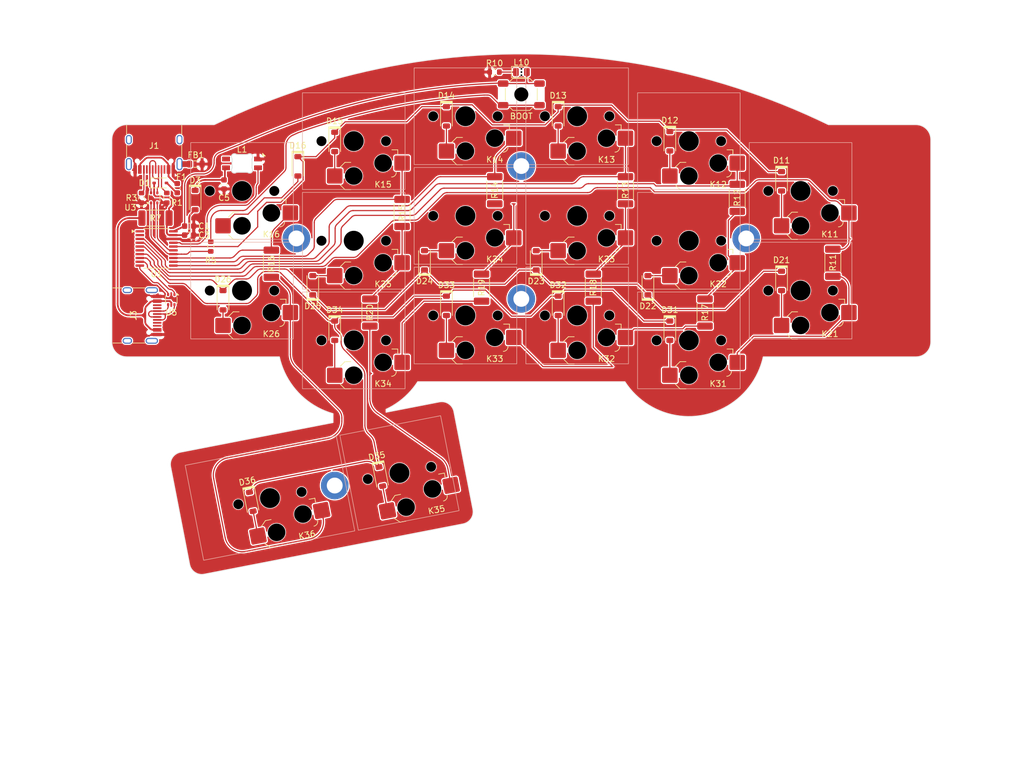
<source format=kicad_pcb>
(kicad_pcb (version 20240108) (generator "pcbnew") (generator_version "8.0")
  (layers (0 "F.Cu" signal) (31 "B.Cu" signal) (34 "B.Paste" user) (35 "F.Paste" user) (36 "B.SilkS" user "B.Silkscreen") (37 "F.SilkS" user "F.Silkscreen") (38 "B.Mask" user) (39 "F.Mask" user) (44 "Edge.Cuts" user))
  (property "AUTHOR" "bgkendall")
  (property "PCB_REVISION" "1.0")
  (net 0 "")
  (net 1 "Col2RT")
  (net 2 "Row1")
  (net 3 "Col3RT")
  (net 4 "Net-(D11-A)")
  (net 5 "Net-(D12-A)")
  (net 6 "Net-(D13-A)")
  (net 7 "Row2")
  (net 8 "Net-(D14-A)")
  (net 9 "Net-(D15-A)")
  (net 10 "GND")
  (net 11 "VCC_L")
  (net 12 "VBUS_L")
  (net 14 "LED")
  (net 17 "Col2L")
  (net 18 "Col2R")
  (net 19 "Col3R")
  (net 20 "Col3L")
  (net 21 "Col4R")
  (net 22 "Col4L")
  (net 23 "TX_L")
  (net 24 "RX_L")
  (net 25 "Col5T")
  (net 26 "Net-(D21-A)")
  (net 28 "Net-(J1-CC1)")
  (net 30 "USB_PL-")
  (net 31 "Net-(J1-CC2)")
  (net 32 "USB_PL+")
  (net 33 "USB_L+")
  (net 34 "USB_L-")
  (net 35 "VCC_L'")
  (net 41 "RX_PL")
  (net 42 "TX_PL")
  (net 43 "Net-(FB1-Pad1)")
  (net 48 "+3V3")
  (net 50 "Net-(L10-K)")
  (net 51 "Net-(NT1-Pad2)")
  (net 54 "BOOT")
  (net 55 "Net-(D24-A)")
  (net 56 "Net-(D23-A)")
  (net 57 "Net-(D22-A)")
  (net 58 "Net-(D25-A)")
  (net 59 "Net-(D3-K)")
  (net 60 "Net-(D1-A)")
  (net 61 "Row3")
  (net 62 "Col4RT")
  (net 63 "Col6")
  (net 64 "Col1")
  (net 65 "Col5L")
  (net 66 "Col1T")
  (net 67 "Col5R")
  (net 68 "Col6T")
  (net 69 "Net-(D16-A)")
  (net 70 "Net-(D26-A)")
  (net 71 "Net-(D31-A)")
  (net 72 "Net-(D32-A)")
  (net 73 "Net-(D33-A)")
  (net 74 "Net-(D34-A)")
  (net 75 "Net-(D35-A)")
  (net 76 "Net-(D36-A)")
  (footprint "Project Library:SW_choc_v1_HS_CPG135001S30_1layer_1u" (layer "F.Cu") (at 104.775 69.416683)
    (property "Reference" "K26")
    (property "Value" "PG1350")
  )
  (footprint "Project Library:D_SOD-123_Mod" (layer "F.Cu") (at 101.53 71.066683 -90)
    (property "Reference" "D26")
    (property "Value" "1N4148")
  )
  (footprint "Project Library:MountingHole_2.2mm_M2_SMD_Solder_Nut" (layer "F.Cu") (at 120.581105 102.686758)
    (property "Reference" "H5" (hide yes))
    (property "Value" "MountingHole")
  )
  (footprint "Project Library:SOT-666_Mod" (layer "F.Cu") (at 89.789 53.594 90)
    (property "Reference" "U3")
    (property "Value" "USBLC6-2P6")
  )
  (footprint "Project Library:SW_choc_v1_HS_CPG135001S30_1layer_1u" (layer "F.Cu") (at 123.825 77.916684)
    (property "Reference" "K34")
    (property "Value" "PG1350")
  )
  (footprint "Project Library:R_2010_5025Metric_Mod" (layer "F.Cu") (at 189.22 53.594 -90)
    (property "Reference" "R12")
    (property "Value" "0R")
  )
  (footprint "Resistor_SMD:R_0603_1608Metric" (layer "F.Cu") (at 91.948 53.594 -90)
    (property "Reference" "R1")
    (property "Value" "5k1")
  )
  (footprint "Project Library:SW_choc_v1_HS_CPG135001S30_1layer_1u" (layer "F.Cu") (at 180.975 43.916677)
    (property "Reference" "K12")
    (property "Value" "PG1350")
  )
  (footprint "Project Library:R_2010_5025Metric_Mod" (layer "F.Cu") (at 132.07 56.166679 -90)
    (property "Reference" "R15")
    (property "Value" "0R")
  )
  (footprint "Project Library:D_SOD-123_Mod" (layer "F.Cu") (at 106.35242 105.452538 -79)
    (property "Reference" "D36")
    (property "Value" "1N4148")
  )
  (footprint "Project Library:SW_choc_v1_HS_CPG135001S30_1layer_1u" (layer "F.Cu") (at 142.875 56.66668)
    (property "Reference" "K24")
    (property "Value" "PG1350")
  )
  (footprint "Capacitor_SMD:C_0603_1608Metric" (layer "F.Cu") (at 95.758 58.42)
    (property "Reference" "C1")
    (property "Value" "100nF")
  )
  (footprint "Project Library:D_SOD-123_Mod" (layer "F.Cu") (at 139.63 39.689176 -90)
    (property "Reference" "D14")
    (property "Value" "1N4148")
  )
  (footprint "Project Library:D_SOD-123_Mod" (layer "F.Cu") (at 196.78 67.766683 -90)
    (property "Reference" "D21")
    (property "Value" "1N4148")
  )
  (footprint "Project Library:SW_choc_v1_HS_CPG135001S30_1layer_1u" (layer "F.Cu") (at 123.825 60.916681)
    (property "Reference" "K25")
    (property "Value" "PG1350")
  )
  (footprint "Project Library:SW_choc_v1_HS_CPG135001S30_1layer_1u" (layer "F.Cu") (at 200.025 69.416683)
    (property "Reference" "K21")
    (property "Value" "PG1350")
  )
  (footprint "Project Library:R_2010_5025Metric_Mod" (layer "F.Cu") (at 109.775 64.8335 -90)
    (property "Reference" "R16")
    (property "Value" "0R")
  )
  (footprint "Resistor_SMD:R_0603_1608Metric" (layer "F.Cu") (at 99.441 61.905 90)
    (property "Reference" "R5")
    (property "Value" "5k1–20k")
  )
  (footprint "Project Library:R_2010_5025Metric_Mod" (layer "F.Cu") (at 205.525 64.666681 -90)
    (property "Reference" "R11")
    (property "Value" "0R")
  )
  (footprint "Project Library:SW_choc_v1_HS_CPG135001S30_1layer_1u" (layer "F.Cu") (at 104.775 52.416679)
    (property "Reference" "K16")
    (property "Value" "PG1350")
  )
  (footprint "Project Library:NetTie-2_SMD_Pad0.2mm" (layer "F.Cu") (at 94.434 63.205)
    (property "Reference" "NT1" (hide yes))
    (property "Value" "NetTie_2" (hide yes))
  )
  (footprint "Project Library:R_2010_5025Metric_Mod" (layer "F.Cu") (at 183.725 73.166683 -90)
    (property "Reference" "R17")
    (property "Value" "0R")
  )
  (footprint "Project Library:SW_choc_v1_HS_CPG135001S30_1layer_1u" (layer "F.Cu") (at 200.025 52.416679)
    (property "Reference" "K11")
    (property "Value" "PG1350")
  )
  (footprint "Project Library:SW_choc_v1_HS_CPG135001S30_1layer_1u" (layer "F.Cu") (at 180.975 77.916685)
    (property "Reference" "K31")
    (property "Value" "PG1350")
  )
  (footprint "Project Library:SW_choc_v1_HS_CPG135001S30_1layer_1u" (layer "F.Cu") (at 131.62441 100.540158 11)
    (property "Reference" "K35")
    (property "Value" "PG1350")
  )
  (footprint "Project Library:USB_C_Receptacle_HRO_TYPE-C-31-M-12" (layer "F.Cu") (at 89.792 44.704 180)
    (property "Reference" "J1")
    (property "Value" "USB_C_Receptacle_USB2.0_16P_2SH")
  )
  (footprint "Project Library:MountingHole_2.2mm_M2_SMD_Solder_Nut" (layer "F.Cu") (at 152.4 70.83335)
    (property "Reference" "H3" (hide yes))
    (property "Value" "MountingHole")
  )
  (footprint "Project Library:R_2010_5025Metric_Mod" (layer "F.Cu") (at 164.675 68.916682 -90)
    (property "Reference" "R18")
    (property "Value" "0R")
  )
  (footprint "Project Library:MountingHole_2.2mm_M2_SMD_Solder_Nut" (layer "F.Cu") (at 152.4 48.166678)
    (property "Reference" "H2" (hide yes))
    (property "Value" "MountingHole")
  )
  (footprint "Project Library:SW_choc_v1_HS_CPG135001S30_1layer_1.5u" (layer "F.Cu") (at 109.5378 104.833358 11)
    (property "Reference" "K36")
    (property "Value" "PG1350_1½U")
  )
  (footprint "Project Library:SW_choc_v1_HS_CPG135001S30_1layer_1u" (layer "F.Cu") (at 142.875 73.666684)
    (property "Reference" "K33")
    (property "Value" "PG1350")
  )
  (footprint "Project Library:D_SOD-123_Mod" (layer "F.Cu") (at 114.3 48.216677 -90)
    (property "Reference" "D16")
    (property "Value" "1N4148")
  )
  (footprint "Project Library:D_SOD-123" (layer "F.Cu") (at 96.774 53.975 -90)
    (property "Reference" "D3")
    (property "Value" "1N4148")
  )
  (footprint "PCM_marbastlib-various:LED_6028R" (layer "F.Cu") (at 104.775 47.71668 180)
    (property "Reference" "L1")
    (property "Value" "SK6812MINI-E")
    (fp_line (start 1.699999 0.702841) (end 1.699999 -0.702843) (stroke (width 0.1)) (layer "Edge.Cuts"))
    (fp_line (start 0.794452 -1.5) (end -0.794453 -1.5) (stroke (width 0.1)) (layer "Edge.Cuts"))
    (fp_line (start -0.794452 1.499999) (end 0.794452 1.499999) (stroke (width 0.1)) (layer "Edge.Cuts"))
    (fp_line (start -1.699999 -0.702843) (end -1.699999 0.702841) (stroke (width 0.1)) (layer "Edge.Cuts"))
    (fp_arc (start 1.749484 0.919719) (mid 1.712511 0.81407) (end 1.699999 0.702842) (stroke (width 0.1)) (layer "Edge.Cuts"))
    (fp_arc (start 1.749484 0.919719) (mid 1.63807 1.504033) (end 1.046711 1.568296) (stroke (width 0.1)) (layer "Edge.Cuts"))
    (fp_arc (start 1.699999 -0.702843) (mid 1.712528 -0.814069) (end 1.749484 -0.919721) (stroke (width 0.1)) (layer "Edge.Cuts"))
    (fp_arc (start 1.046711 -1.5683) (mid 1.638072 -1.504036) (end 1.749484 -0.919721) (stroke (width 0.1)) (layer "Edge.Cuts"))
    (fp_arc (start 1.046711 -1.5683) (mid 0.925123 -1.517378) (end 0.794453 -1.500001) (stroke (width 0.1)) (layer "Edge.Cuts"))
    (fp_arc (start 0.794452 1.499999) (mid 0.925122 1.517376) (end 1.04671 1.568298) (stroke (width 0.1)) (layer "Edge.Cuts"))
    (fp_arc (start -0.794453 -1.5) (mid -0.925123 -1.517377) (end -1.046711 -1.568299) (stroke (width 0.1)) (layer "Edge.Cuts"))
    (fp_arc (start -1.046711 1.568298) (mid -0.925123 1.517376) (end -0.794452 1.499999) (stroke (width 0.1)) (layer "Edge.Cuts"))
    (fp_arc (start -1.046711 1.568298) (mid -1.638072 1.504034) (end -1.749484 0.919718) (stroke (width 0.1)) (layer "Edge.Cuts"))
    (fp_arc (start -1.699999 0.702841) (mid -1.712527 0.814067) (end -1.749484 0.919719) (stroke (width 0.1)) (layer "Edge.Cuts"))
    (fp_arc (start -1.749484 -0.919721) (mid -1.638071 -1.504035) (end -1.046711 -1.568299) (stroke (width 0.1)) (layer "Edge.Cuts"))
    (fp_arc (start -1.749484 -0.919721) (mid -1.712527 -0.814069) (end -1.699999 -0.702844) (stroke (width 0.1)) (layer "Edge.Cuts"))
  )
  (footprint "Project Library:D_SOD-123_Mod" (layer "F.Cu") (at 173.99 68.516681 90)
    (property "Reference" "D22")
    (property "Value" "1N4148")
  )
  (footprint "Project Library:SW_choc_v1_HS_CPG135001S30_1layer_1u" (layer "F.Cu") (at 180.975 60.916681)
    (property "Reference" "K22")
    (property "Value" "PG1350")
  )
  (footprint "Package_SO:TSSOP-20_4.4x6.5mm_P0.65mm" (layer "F.Cu") (at 90.2045 62.23)
    (property "Reference" "U1")
    (property "Value" "CH552T")
  )
  (footprint "Project Library:USB_C_Receptacle_HRO_TYPE-C-31-M-12" (layer "F.Cu") (at 86.267 73.666684 -90)
    (property "Reference" "J3")
    (property "Value" "USB_C_Receptacle_USB2.0_16P_2SH")
  )
  (footprint "Capacitor_SMD:C_0603_1608Metric" (layer "F.Cu") (at 95.758 59.955)
    (property "Reference" "C3")
    (property "Value" "100nF")
  )
  (footprint "Project Library:SW_choc_v1_HS_CPG135001S30_1layer_1u" (layer "F.Cu") (at 123.825 43.916677)
    (property "Reference" "K15")
    (property "Value" "PG1350")
  )
  (footprint "Project Library:D_SOD-123_Mod" (layer "F.Cu") (at 196.78 50.766679 -90)
    (property "Reference" "D11")
    (property "Value" "1N4148")
  )
  (footprint "Project Library:D_SOD-123_Mod" (layer "F.Cu") (at 177.73 76.266685 -90)
    (property "Reference" "D31")
    (property "Value" "1N4148")
  )
  (footprint "Project Library:D_SOD-123_Mod" (layer "F.Cu") (at 154.94 64.26668 90)
    (property "Reference" "D23")
    (property "Value" "1N4148")
  )
  (footprint "Project Library:R_2010_5025Metric_Mod" (layer "F.Cu") (at 126.575 73.166682 -90)
    (property "Reference" "R20")
    (property "Value" "0R")
  )
  (footprint "Project Library:MountingHole_2.2mm_M2_SMD_Solder_Nut" (layer "F.Cu") (at 190.754 60.519806)
    (property "Reference" "H4" (hide yes))
    (property "Value" "MountingHole")
  )
  (footprint "Project Library:D_SOD-123_Mod" (layer "F.Cu") (at 116.84 68.516681 90)
    (property "Reference" "D25")
    (property "Value" "1N4148")
  )
  (footprint "Project Library:D_SOD-123_Mod" (layer "F.Cu") (at 177.73 43.939177 -90)
    (property "Reference" "D12")
    (property "Value" "1N4148")
  )
  (footprint "Project Library:D_SOD-123_Mod" (layer "F.Cu") (at 135.89 64.262 90)
    (property "Reference" "D24")
    (property "Value" "1N4148")
  )
  (footprint "Project Library:D_SOD-123_Mod" (layer "F.Cu") (at 120.58 44.052177 -90)
    (property "Reference" "D15")
    (property "Value" "1N4148")
  )
  (footprint "Project Library:D_SOD-123_Mod" (layer "F.Cu") (at 128.43903 101.159338 -79)
    (property "Reference" "D35")
    (property "Value" "1N4148")
  )
  (footprint "Inductor_SMD:L_0805_2012Metric" (layer "F.Cu") (at 96.901 47.834)
    (property "Reference" "FB1")
    (property "Value" "FerriteBead")
  )
  (footprint "Diode_SMD:D_SOD-323" (layer "F.Cu") (at 90.839 51.054)
    (property "Reference" "D1")
    (property "Value" "PMEG2010EA")
  )
  (footprint "Project Library:SW_SPST_SKQG_WithStem" (layer "F.Cu") (at 152.4 35.941 180)
    (property "Reference" "SW10" (hide yes))
    (property "Value" "BOOT")
  )
  (footprint "Project Library:D_SOD-123_Mod" (layer "F.Cu") (at 120.58 76.266684 -90)
    (property "Reference" "D34")
    (property "Value" "1N4148")
  )
  (footprint "Project Library:R_2010_5025Metric_Mod" (layer "F.Cu") (at 170.17 52.2975 -90)
    (property "Reference" "R13")
    (property "Value" "0R")
  )
  (footprint "Project Library:SW_choc_v1_HS_CPG135001S30_1layer_1u" (layer "F.Cu") (at 161.925 39.666676)
    (property "Reference" "K13")
    (property "Value" "PG1350")
  )
  (footprint "Project Library:SOT-666_Mod" (layer "F.Cu") (at 92.71 70.957 -90)
    (property "Reference" "U5")
    (property "Value" "USBLC6-2P6")
  )
  (footprint "Resistor_SMD:R_2010_5025Metric" (layer "F.Cu") (at 90.017 57.0484 180)
    (property "Reference" "R7")
    (property "Value" "0R")
  )
  (footprint "Project Library:D_SOD-123_Mod" (layer "F.Cu") (at 139.63 72.016684 -90)
    (property "Reference" "D33")
    (property "Value" "1N4148")
  )
  (footprint "Project Library:R_2010_5025Metric_Mod" (layer "F.Cu") (at 147.875 52.2975 -90)
    (property "Reference" "R14")
    (property "Value" "0R")
  )
  (footprint "Project Library:R_2010_5025Metric_Mod" (layer "F.Cu") (at 145.625 68.916682 -90)
    (property "Reference" "R19")
    (property "Value" "0R")
  )
  (footprint "Resistor_SMD:R_0603_1608Metric" (layer "F.Cu") (at 87.63 53.594 -90)
    (property "Reference" "R3")
    (property "Value" "5k1")
  )
  (footprint "Fuse:Fuse_0603_1608Metric" (layer "F.Cu") (at 93.726 51.943 -90)
    (property "Reference" "F1")
    (property "Value" "500mA")
  )
  (footprint "Project Library:SW_choc_v1_HS_CPG135001S30_1layer_1u" (layer "F.Cu") (at 161.925 56.66668)
    (property "Reference" "K23")
    (property "Value" "PG1350")
  )
  (footprint "Project Library:LED_0805_2012Metric_Mod" (layer "F.Cu") (at 152.42 32.131)
    (property "Reference" "L10")
    (property "Value" "LED")
  )
  (footprint "Project Library:D_SOD-123_Mod" (layer "F.Cu") (at 158.68 72.016684 -90)
    (property "Reference" "D32")
    (property "Value" "1N4148")
  )
  (footprint "Project Library:SW_choc_v1_HS_CPG135001S30_1layer_1u" (layer "F.Cu") (at 161.925 73.666684)
    (property "Reference" "K32")
    (property "Value" "PG1350")
  )
  (footprint "Capacitor_SMD:C_0603_1608Metric" (layer "F.Cu") (at 101.705 51.308 -90)
    (property "Reference" "C5")
    (property "Value" "100nF")
  )
  (footprint "Resistor_SMD:R_0603_1608Metric" (layer "F.Cu") (at 147.828 32.131 180)
    (property "Reference" "R10")
    (property "Value" "5k1")
  )
  (footprint "Project Library:SW_choc_v1_HS_CPG135001S30_1layer_1u" (layer "F.Cu") (at 142.875 39.666676)
    (property "Reference" "K14")
    (property "Value" "PG1350")
  )
  (footprint "Project Library:D_SOD-123_Mod" (layer "F.Cu") (at 158.68 39.689176 -90)
    (property "Reference" "D13")
    (property "Value" "1N4148")
  )
  (footprint "Project Library:MountingHole_2.2mm_M2_SMD_Solder_Nut" (layer "F.Cu") (at 114.046 60.519806)
    (property "Reference" "H1" (hide yes))
    (property "Value" "MountingHole")
  )
  (gr_poly (pts (arc (start 126.875 83.566) (mid 126.662868 83.653868) (end 126.575 83.866)) (arc (start 126.575 83.266) (mid 126.662868 83.478132) (end 126.875 83.566))) (stroke (width 0.2)) (fill none) (layer "F.Cu") (net 25))
  (gr_poly (pts (arc (start 91.694 73.716684) (mid 91.606132 73.504552) (end 91.394 73.416684)) (arc (start 91.994 73.416684) (mid 91.781868 73.504552) (end 91.694 73.716684))) (stroke (width 0.2)) (fill none) (layer "F.Cu") (net 42))
  (gr_poly (pts (arc (start 90.242 50.290289) (mid 90.454132 50.202421) (end 90.542 49.990289)) (arc (start 90.542 50.590289) (mid 90.454132 50.378157) (end 90.242 50.290289))) (stroke (width 0.2)) (fill none) (layer "F.Cu") (net 30))
  (gr_poly (pts (arc (start 208.57 60.605) (mid 208.357868 60.692868) (end 208.27 60.905)) (arc (start 208.27 60.305) (mid 208.357868 60.517132) (end 208.57 60.605))) (stroke (width 0.2)) (fill none) (layer "F.Cu") (net 64))
  (gr_arc (start 104.919847 44.235518) (mid 126.560543 36.90205) (end 149.225 34.000009) (stroke (width 0.2)) (layer "F.Cu") (net 48))
  (gr_poly (pts (arc (start 153.6375 34.091) (mid 153.425368 34.003132) (end 153.3375 33.791)) (arc (start 153.3375 33.791) (mid 153.249632 34.003132) (end 153.0375 34.091))) (stroke (width 0.2)) (fill none) (layer "F.Cu") (net 48))
  (gr_arc (start 114.3 42.50001) (mid 129.960009 38.128497) (end 146.085607 36.052181) (stroke (width 0.2)) (layer "F.Cu") (net 54))
  (gr_poly (pts (arc (start 151.12 54.91) (mid 151.032132 54.697868) (end 150.82 54.61)) (arc (start 151.42 54.61) (mid 151.207868 54.697868) (end 151.12 54.91))) (stroke (width 0.2)) (fill none) (layer "F.Cu") (net 21))
  (gr_line (start 88.5444 54.6354) (end 88.175881 55.003919) (stroke (width 0.1)) (layer "F.SilkS"))
  (gr_line (start 88.175881 55.003919) (end 86.7405 55.003919) (stroke (width 0.1)) (layer "F.SilkS"))
  (gr_line (start 94.258489 96.97949) (end 120.271609 91.923052) (stroke (width 0.05)) (layer "Edge.Cuts"))
  (gr_line (start 98.313178 117.839068) (end 142.486401 109.252665) (stroke (width 0.05)) (layer "Edge.Cuts"))
  (gr_arc (start 134.740315 85.00002) (mid 132.374851 87.725752) (end 129.351658 89.696878) (stroke (width 0.05)) (layer "Edge.Cuts"))
  (gr_arc (start 138.431709 88.393088) (mid 140.025466 88.717332) (end 140.923136 90.073576) (stroke (width 0.05)) (layer "Edge.Cuts"))
  (gr_line (start 138.431709 88.393088) (end 129.351658 90.158071) (stroke (width 0.05)) (layer "Edge.Cuts"))
  (gr_line (start 204.7875 41.083344) (end 219.71 41.083343) (stroke (width 0.05)) (layer "Edge.Cuts"))
  (gr_line (start 82.55 78.210019) (end 82.55 43.623343) (stroke (width 0.05)) (layer "Edge.Cuts"))
  (gr_line (start 222.25 43.623343) (end 222.25 78.210019) (stroke (width 0.05)) (layer "Edge.Cuts"))
  (gr_line (start 92.578 99.470917) (end 95.821751 116.158578) (stroke (width 0.05)) (layer "Edge.Cuts"))
  (gr_arc (start 85.09 80.750019) (mid 83.293966 80.006067) (end 82.55 78.210019) (stroke (width 0.05)) (layer "Edge.Cuts"))
  (gr_line (start 129.351658 90.158071) (end 129.351658 89.696878) (stroke (width 0.05)) (layer "Edge.Cuts"))
  (gr_line (start 134.740315 85.00002) (end 170.059685 85.00002) (stroke (width 0.05)) (layer "Edge.Cuts"))
  (gr_arc (start 92.578 99.470917) (mid 92.902253 97.877163) (end 94.258489 96.97949) (stroke (width 0.05)) (layer "Edge.Cuts"))
  (gr_line (start 219.71 80.750019) (end 193.675 80.750019) (stroke (width 0.05)) (layer "Edge.Cuts"))
  (gr_arc (start 219.71 41.083343) (mid 221.506036 41.827294) (end 222.25 43.623343) (stroke (width 0.05)) (layer "Edge.Cuts"))
  (gr_line (start 120.271609 91.923052) (end 120.271609 90.434316) (stroke (width 0.05)) (layer "Edge.Cuts"))
  (gr_arc (start 82.55 43.623343) (mid 83.293934 41.827264) (end 85.09 41.083343) (stroke (width 0.05)) (layer "Edge.Cuts"))
  (gr_line (start 85.09 80.750019) (end 111.125 80.750019) (stroke (width 0.05)) (layer "Edge.Cuts"))
  (gr_arc (start 98.313178 117.839068) (mid 96.719416 117.514819) (end 95.821751 116.158578) (stroke (width 0.05)) (layer "Edge.Cuts"))
  (gr_line (start 85.09 41.083343) (end 100.0125 41.083344) (stroke (width 0.05)) (layer "Edge.Cuts"))
  (gr_line (start 144.166889 106.761239) (end 140.923136 90.073576) (stroke (width 0.05)) (layer "Edge.Cuts"))
  (gr_arc (start 193.674999 80.750019) (mid 182.828598 90.796201) (end 170.059685 85.00002) (stroke (width 0.05)) (layer "Edge.Cuts"))
  (gr_arc (start 222.25 78.210019) (mid 221.506068 80.006101) (end 219.71 80.750019) (stroke (width 0.05)) (layer "Edge.Cuts"))
  (gr_arc (start 100.0125 41.083344) (mid 152.4 29.014633) (end 204.7875 41.083344) (stroke (width 0.05)) (layer "Edge.Cuts"))
  (gr_arc (start 120.271608 90.434318) (mid 114.365106 86.851345) (end 111.125001 80.750019) (stroke (width 0.05)) (layer "Edge.Cuts"))
  (gr_arc (start 144.166889 106.761239) (mid 143.842633 108.354994) (end 142.486401 109.252665) (stroke (width 0.05)) (layer "Edge.Cuts"))
  (segment (start 180.400227 75.479183) (end 183.725 75.479183) (width 0.2) (layer "F.Cu") (net 1))
  (segment (start 170.17 77.416684) (end 171.640684 75.946) (width 0.2) (layer "F.Cu") (net 1))
  (segment (start 171.640684 75.946) (end 179.93341 75.946) (width 0.2) (layer "F.Cu") (net 1))
  (segment (start 179.93341 75.946) (end 180.400227 75.479183) (width 0.2) (layer "F.Cu") (net 1))
  (segment (start 115.2 50.535) (end 115.2 47.466677) (width 0.2) (layer "F.Cu") (net 2))
  (segment (start 114.3 46.566677) (end 117.390323 46.566677) (width 0.2) (layer "F.Cu") (net 2))
  (segment (start 104.084 61.905) (end 107.442 58.547) (width 0.2) (layer "F.Cu") (net 2))
  (segment (start 170.561 40.513) (end 175.953823 40.513) (width 0.2) (layer "F.Cu") (net 2))
  (segment (start 139.950176 37.719) (end 144.018 37.719) (width 0.2) (layer "F.Cu") (net 2))
  (segment (start 196.78 49.116679) (end 194.531679 49.116679) (width 0.2) (layer "F.Cu") (net 2))
  (segment (start 147.447 41.148) (end 156.464 41.148) (width 0.2) (layer "F.Cu") (net 2))
  (segment (start 156.464 41.148) (end 158.68 38.932) (width 0.2) (layer "F.Cu") (net 2))
  (segment (start 175.953823 40.513) (end 177.73 42.289177) (width 0.2) (layer "F.Cu") (net 2))
  (segment (start 107.442 55.88) (end 108.966 54.356) (width 0.2) (layer "F.Cu") (net 2))
  (segment (start 120.58 42.402177) (end 122.3655 40.616677) (width 0.2) (layer "F.Cu") (net 2))
  (segment (start 117.390323 46.566677) (end 120.58 43.377) (width 0.2) (layer "F.Cu") (net 2))
  (segment (start 194.531679 49.116679) (end 187.431677 42.016677) (width 0.2) (layer "F.Cu") (net 2))
  (segment (start 158.9525 37.766676) (end 167.814676 37.766676) (width 0.2) (layer "F.Cu") (net 2))
  (segment (start 158.68 38.932) (end 158.68 38.039176) (width 0.2) (layer "F.Cu") (net 2))
  (segment (start 120.58 43.377) (end 120.58 42.402177) (width 0.2) (layer "F.Cu") (net 2))
  (segment (start 135.442824 38.039176) (end 139.63 38.039176) (width 0.2) (layer "F.Cu") (net 2))
  (segment (start 107.442 58.547) (end 107.442 55.88) (width 0.2) (layer "F.Cu") (net 2))
  (segment (start 187.431677 42.016677) (end 178.0025 42.016677) (width 0.2) (layer "F.Cu") (net 2))
  (segment (start 108.966 54.356) (end 111.379 54.356) (width 0.2) (layer "F.Cu") (net 2))
  (segment (start 115.2 47.466677) (end 114.3 46.566677) (width 0.2) (layer "F.Cu") (net 2))
  (segment (start 111.379 54.356) (end 115.2 50.535) (width 0.2) (layer "F.Cu") (net 2))
  (segment (start 144.018 37.719) (end 147.447 41.148) (width 0.2) (layer "F.Cu") (net 2))
  (segment (start 93.067 61.905) (end 104.084 61.905) (width 0.2) (layer "F.Cu") (net 2))
  (segment (start 167.814676 37.766676) (end 170.561 40.513) (width 0.2) (layer "F.Cu") (net 2))
  (segment (start 132.865323 40.616677) (end 135.442824 38.039176) (width 0.2) (layer "F.Cu") (net 2))
  (segment (start 122.3655 40.616677) (end 132.865323 40.616677) (width 0.2) (layer "F.Cu") (net 2))
  (segment (start 164.675 79.077) (end 168.002 82.404) (width 0.2) (layer "F.Cu") (net 3))
  (segment (start 151.12 77.416684) (end 156.107316 82.404) (width 0.2) (layer "F.Cu") (net 3))
  (segment (start 156.107316 82.404) (end 168.002 82.404) (width 0.2) (layer "F.Cu") (net 3))
  (segment (start 164.675 71.229182) (end 164.675 79.077) (width 0.2) (layer "F.Cu") (net 3))
  (segment (start 196.78 58.366679) (end 196.78 52.416679) (width 0.2) (layer "F.Cu") (net 4))
  (segment (start 177.73 49.866677) (end 177.73 45.589177) (width 0.2) (layer "F.Cu") (net 5))
  (segment (start 158.68 45.616676) (end 158.68 41.339176) (width 0.2) (layer "F.Cu") (net 6))
  (segment (start 193.725317 66.116683) (end 196.78 66.116683) (width 0.2) (layer "F.Cu") (net 7))
  (segment (start 129.158 72.644) (end 135.89 65.912) (width 0.2) (layer "F.Cu") (net 7))
  (segment (start 92.547735 67.564) (end 99.263103 67.564) (width 0.2) (layer "F.Cu") (net 7))
  (segment (start 89.935446 65.158818) (end 92.194181 67.417553) (width 0.2) (layer "F.Cu") (net 7))
  (segment (start 88.751446 63.351446) (end 89.642553 64.242553) (width 0.2) (layer "F.Cu") (net 7))
  (segment (start 149.606 68.326) (end 152.01532 65.91668) (width 0.2) (layer "F.Cu") (net 7))
  (segment (start 172.149319 68.326) (end 176.467319 72.644) (width 0.2) (layer "F.Cu") (net 7))
  (segment (start 103.21679 67.729893) (end 101.53 69.416683) (width 0.2) (layer "F.Cu") (net 7))
  (segment (start 89.789 64.596107) (end 89.789 64.805265) (width 0.2) (layer "F.Cu") (net 7))
  (segment (start 105.503786 67.437) (end 103.923897 67.437) (width 0.2) (layer "F.Cu") (net 7))
  (segment (start 176.467319 72.644) (end 187.198 72.644) (width 0.2) (layer "F.Cu") (net 7))
  (segment (start 116.84 70.166681) (end 119.317319 72.644) (width 0.2) (layer "F.Cu") (net 7))
  (segment (start 99.97021 67.856893) (end 101.53 69.416683) (width 0.2) (layer "F.Cu") (net 7))
  (segment (start 152.01532 65.91668) (end 154.94 65.91668) (width 0.2) (layer "F.Cu") (net 7))
  (segment (start 119.317319 72.644) (end 129.158 72.644) (width 0.2) (layer "F.Cu") (net 7))
  (segment (start 116.84 70.166681) (end 112.702323 66.029004) (width 0.2) (layer "F.Cu") (net 7))
  (segment (start 138.304 68.326) (end 149.606 68.326) (width 0.2) (layer "F.Cu") (net 7))
  (segment (start 135.89 65.912) (end 138.304 68.326) (width 0.2) (layer "F.Cu") (net 7))
  (segment (start 187.198 72.644) (end 193.725317 66.116683) (width 0.2) (layer "F.Cu") (net 7))
  (segment (start 107.325996 66.029004) (end 106.210893 67.144107) (width 0.2) (layer "F.Cu") (net 7))
  (segment (start 111.995216 65.736111) (end 108.033103 65.736111) (width 0.2) (layer "F.Cu") (net 7))
  (segment (start 154.94 65.91668) (end 157.34932 68.326) (width 0.2) (layer "F.Cu") (net 7))
  (segment (start 157.34932 68.326) (end 172.149319 68.326) (width 0.2) (layer "F.Cu") (net 7))
  (segment (start 87.342 63.205) (end 88.397893 63.205) (width 0.2) (layer "F.Cu") (net 7))
  (arc (start 89.789 64.805265) (mid 89.82706 64.996606) (end 89.935446 65.158818) (width 0.2) (layer "F.Cu") (net 7))
  (arc (start 99.263103 67.564) (mid 99.645786 67.64012) (end 99.97021 67.856893) (width 0.2) (layer "F.Cu") (net 7))
  (arc (start 107.325996 66.029004) (mid 107.650419 65.812231) (end 108.033103 65.736111) (width 0.2) (layer "F.Cu") (net 7))
  (arc (start 103.923897 67.437) (mid 103.541214 67.51312) (end 103.21679 67.729893) (width 0.2) (layer "F.Cu") (net 7))
  (arc (start 88.397893 63.205) (mid 88.589234 63.24306) (end 88.751446 63.351446) (width 0.2) (layer "F.Cu") (net 7))
  (arc (start 92.194181 67.417553) (mid 92.356393 67.52594) (end 92.547735 67.564) (width 0.2) (layer "F.Cu") (net 7))
  (arc (start 112.702323 66.029004) (mid 112.3779 65.812231) (end 111.995216 65.736111) (width 0.2) (layer "F.Cu") (net 7))
  (arc (start 106.210893 67.144107) (mid 105.88647 67.36088) (end 105.503786 67.437) (width 0.2) (layer "F.Cu") (net 7))
  (arc (start 89.642553 64.242553) (mid 89.75094 64.404765) (end 89.789 64.596107) (width 0.2) (layer "F.Cu") (net 7))
  (segment (start 139.63 45.616676) (end 139.63 41.339176) (width 0.2) (layer "F.Cu") (net 8))
  (segment (start 120.58 49.866677) (end 120.58 45.702177) (width 0.2) (layer "F.Cu") (net 9))
  (segment (start 86.542 53.331) (end 87.63 54.419) (width 0.5) (layer "F.Cu") (net 10))
  (segment (start 91.593 60.605) (end 93.067 60.605) (width 0.4) (layer "F.Cu") (net 10))
  (segment (start 90.312 70.416684) (end 91.419684 70.416684) (width 0.3) (layer "F.Cu") (net 10))
  (segment (start 86.542 48.749) (end 86.542 53.331) (width 0.5) (layer "F.Cu") (net 10))
  (segment (start 88.789 53.844) (end 88.214 54.419) (width 0.3) (layer "F.Cu") (net 10))
  (segment (start 91.419684 70.416684) (end 91.71 70.707) (width 0.3) (layer "F.Cu") (net 10))
  (segment (start 91.059 60.071) (end 91.593 60.605) (width 0.4) (layer "F.Cu") (net 10))
  (segment (start 89.789 54.519) (end 89.789 54.101344) (width 0.3) (layer "F.Cu") (net 10))
  (segment (start 91.948 54.419) (end 91.059 55.308) (width 0.4) (layer "F.Cu") (net 10))
  (segment (start 93.067 60.605) (end 94.267882 60.605) (width 0.4) (layer "F.Cu") (net 10))
  (segment (start 96.533 58.42) (end 96.533 59.955) (width 0.5) (layer "F.Cu") (net 10))
  (segment (start 95.655 60.833) (end 96.533 59.955) (width 0.4) (layer "F.Cu") (net 10))
  (segment (start 91.364 54.419) (end 91.948 54.419) (width 0.3) (layer "F.Cu") (net 10))
  (segment (start 88.214 54.419) (end 87.63 54.419) (width 0.3) (layer "F.Cu") (net 10))
  (segment (start 93.042 48.749) (end 93.95 49.657) (width 0.5) (layer "F.Cu") (net 10))
  (segment (start 91.059 55.308) (end 91.059 60.071) (width 0.4) (layer "F.Cu") (net 10))
  (segment (start 94.495882 60.833) (end 95.655 60.833) (width 0.4) (layer "F.Cu") (net 10))
  (segment (start 90.789 53.844) (end 91.364 54.419) (width 0.3) (layer "F.Cu") (net 10))
  (segment (start 94.267882 60.605) (end 94.495882 60.833) (width 0.4) (layer "F.Cu") (net 10))
  (segment (start 89.789 52.669) (end 89.789 53.086656) (width 0.3) (layer "F.Cu") (net 11))
  (segment (start 92.306358 53.519) (end 92.773 53.985642) (width 0.3) (layer "F.Cu") (net 11))
  (segment (start 95.758 58.9915) (end 95.758 57.8485) (width 0.2) (layer "F.Cu") (net 11))
  (segment (start 91.234 53.519) (end 92.306358 53.519) (width 0.3) (layer "F.Cu") (net 11))
  (segment (start 89.789 51.054) (end 89.789 52.669) (width 0.3) (layer "F.Cu") (net 11))
  (segment (start 93.067 59.955) (end 92.448 59.955) (width 0.3) (layer "F.Cu") (net 11))
  (segment (start 91.059 53.344) (end 91.234 53.519) (width 0.3) (layer "F.Cu") (net 11))
  (segment (start 92.773 54.920332) (end 92.3295 55.363832) (width 0.3) (layer "F.Cu") (net 11))
  (segment (start 95.758 57.055214) (end 95.758 57.8485) (width 0.3) (layer "F.Cu") (net 11))
  (segment (start 96.774 55.625) (end 96.050893 56.348107) (width 0.3) (layer "F.Cu") (net 11))
  (segment (start 91.948 59.455) (end 91.948 57.2775) (width 0.3) (layer "F.Cu") (net 11))
  (segment (start 89.789 53.086656) (end 90.046344 53.344) (width 0.3) (layer "F.Cu") (net 11))
  (segment (start 92.773 53.985642) (end 92.773 54.920332) (width 0.3) (layer "F.Cu") (net 11))
  (segment (start 90.046344 53.344) (end 91.059 53.344) (width 0.3) (layer "F.Cu") (net 11))
  (segment (start 95.758 59.228893) (end 95.758 58.9915) (width 0.3) (layer "F.Cu") (net 11))
  (segment (start 95.239 59.955) (end 95.611554 59.582446) (width 0.3) (layer "F.Cu") (net 11))
  (segment (start 92.3295 55.363832) (end 92.3295 56.642) (width 0.3) (layer "F.Cu") (net 11))
  (segment (start 93.067 59.955) (end 94.983 59.955) (width 0.3) (layer "F.Cu") (net 11))
  (arc (start 95.758 57.055214) (mid 95.83412 56.672531) (end 96.050893 56.348107) (width 0.3) (layer "F.Cu") (net 11))
  (arc (start 91.948 59.455) (mid 92.094447 59.808553) (end 92.448 59.955) (width 0.3) (layer "F.Cu") (net 11))
  (arc (start 95.758 59.228893) (mid 95.71994 59.420234) (end 95.611554 59.582446) (width 0.3) (layer "F.Cu") (net 11))
  (segment (start 87.576315 47.639685) (end 88.245686 46.970314) (width 0.3) (layer "F.Cu") (net 12))
  (segment (start 88.811371 46.736) (end 90.791129 46.736) (width 0.3) (layer "F.Cu") (net 12))
  (segment (start 92.242 49.951) (end 93.4465 51.1555) (width 0.3) (layer "F.Cu") (net 12))
  (segment (start 92.242 48.749) (end 92.242 49.951) (width 0.3) (layer "F.Cu") (net 12))
  (segment (start 91.356815 46.970315) (end 92.007686 47.621186) (width 0.3) (layer "F.Cu") (net 12))
  (arc (start 87.342 48.205371) (mid 87.402897 47.899224) (end 87.576315 47.639685) (width 0.3) (layer "F.Cu") (net 12))
  (arc (start 90.791129 46.736) (mid 91.097276 46.796897) (end 91.356815 46.970315) (width 0.3) (layer "F.Cu") (net 12))
  (arc (start 88.811371 46.736) (mid 88.505225 46.796896) (end 88.245686 46.970314) (width 0.3) (layer "F.Cu") (net 12))
  (arc (start 92.242 48.186871) (mid 92.181104 47.880725) (end 92.007686 47.621186) (width 0.3) (layer "F.Cu") (net 12))
  (segment (start 98.513107 60.490893) (end 97.828893 61.175107) (width 0.2) (layer "F.Cu") (net 14))
  (segment (start 98.806 57.264) (end 98.806 59.783786) (width 0.2) (layer "F.Cu") (net 14))
  (segment (start 107.188 51.837395) (end 107.188 52.925786) (width 0.2) (layer "F.Cu") (net 14))
  (segment (start 97.121786 61.468) (end 94.527329 61.468) (width 0.2) (layer "F.Cu") (net 14))
  (segment (start 105.249786 54.864) (end 101.206 54.864) (width 0.2) (layer "F.Cu") (net 14))
  (segment (start 107.5 51.111181) (end 107.5 48.46668) (width 0.2) (layer "F.Cu") (net 14))
  (segment (start 94.350552 61.394776) (end 94.275111 61.319335) (width 0.2) (layer "F.Cu") (net 14))
  (segment (start 107.480893 51.130288) (end 107.5 51.111181) (width 0.2) (layer "F.Cu") (net 14))
  (segment (start 94.098335 61.246112) (end 93.075888 61.246112) (width 0.2) (layer "F.Cu") (net 14))
  (segment (start 106.895107 53.632893) (end 105.956893 54.571107) (width 0.2) (layer "F.Cu") (net 14))
  (arc (start 97.828893 61.175107) (mid 97.50447 61.39188) (end 97.121786 61.468) (width 0.2) (layer "F.Cu") (net 14))
  (arc (start 105.249786 54.864) (mid 105.632469 54.78788) (end 105.956893 54.571107) (width 0.2) (layer "F.Cu") (net 14))
  (arc (start 94.275111 61.319335) (mid 94.194005 61.265142) (end 94.098335 61.246112) (width 0.2) (layer "F.Cu") (net 14))
  (arc (start 98.513107 60.490893) (mid 98.72988 60.16647) (end 98.806 59.783786) (width 0.2) (layer "F.Cu") (net 14))
  (arc (start 107.188 51.837395) (mid 107.26412 51.454712) (end 107.480893 51.130288) (width 0.2) (layer "F.Cu") (net 14))
  (arc (start 101.206 54.864) (mid 99.508944 55.566944) (end 98.806 57.264) (width 0.2) (layer "F.Cu") (net 14))
  (arc (start 94.527329 61.468) (mid 94.431658 61.44897) (end 94.350552 61.394776) (width 0.2) (layer "F.Cu") (net 14))
  (arc (start 107.188 52.925786) (mid 107.11188 53.308469) (end 106.895107 53.632893) (width 0.2) (layer "F.Cu") (net 14))
  (segment (start 175.368052 51.566677) (end 188.934823 51.566677) (width 0.2) (layer "F.Cu") (net 17))
  (segment (start 88.198447 61.401447) (end 90.912554 64.115554) (width 0.2) (layer "F.Cu") (net 17))
  (segment (start 118.558554 64.575446) (end 121.373107 61.760893) (width 0.2) (layer "F.Cu") (net 17))
  (segment (start 174.982197 51.180822) (end 175.368052 51.566677) (width 0.2) (layer "F.Cu") (net 17))
  (segment (start 105.129393 66.066607) (end 106.034768 65.161232) (width 0.2) (layer "F.Cu") (net 17))
  (segment (start 124.169548 56.584666) (end 133.75512 56.584666) (width 0.2) (layer "F.Cu") (net 17))
  (segment (start 91.059 64.469107) (end 91.059 64.943893) (width 0.2) (layer "F.Cu") (net 17))
  (segment (start 139.225392 51.942822) (end 162.272964 51.942822) (width 0.2) (layer "F.Cu") (net 17))
  (segment (start 162.980071 51.649929) (end 163.156285 51.473715) (width 0.2) (layer "F.Cu") (net 17))
  (segment (start 92.474607 66.3595) (end 104.422286 66.3595) (width 0.2) (layer "F.Cu") (net 17))
  (segment (start 121.958893 58.381107) (end 123.462441 56.877559) (width 0.2) (layer "F.Cu") (net 17))
  (segment (start 91.205447 65.297447) (end 92.121054 66.213054) (width 0.2) (layer "F.Cu") (net 17))
  (segment (start 121.666 61.053786) (end 121.666 59.088214) (width 0.2) (layer "F.Cu") (net 17))
  (segment (start 134.462227 56.291773) (end 138.518285 52.235715) (width 0.2) (layer "F.Cu") (net 17))
  (segment (start 106.741875 64.868339) (end 117.851447 64.868339) (width 0.2) (layer "F.Cu") (net 17))
  (segment (start 189.22 47.666677) (end 189.22 51.2815) (width 0.2) (layer "F.Cu") (net 17))
  (segment (start 163.863392 51.180822) (end 174.982197 51.180822) (width 0.2) (layer "F.Cu") (net 17))
  (arc (start 162.272964 51.942822) (mid 162.655647 51.866702) (end 162.980071 51.649929) (width 0.2) (layer "F.Cu") (net 17))
  (arc (start 138.518285 52.235715) (mid 138.842709 52.018942) (end 139.225392 51.942822) (width 0.2) (layer "F.Cu") (net 17))
  (arc (start 91.059 64.943893) (mid 91.09706 65.135235) (end 91.205447 65.297447) (width 0.2) (layer "F.Cu") (net 17))
  (arc (start 121.373107 61.760893) (mid 121.58988 61.43647) (end 121.666 61.053786) (width 0.2) (layer "F.Cu") (net 17))
  (arc (start 106.034768 65.161232) (mid 106.359191 64.944459) (end 106.741875 64.868339) (width 0.2) (layer "F.Cu") (net 17))
  (arc (start 117.851447 64.868339) (mid 118.234131 64.792219) (end 118.558554 64.575446) (width 0.2) (layer "F.Cu") (net 17))
  (arc (start 104.422286 66.3595) (mid 104.804969 66.28338) (end 105.129393 66.066607) (width 0.2) (layer "F.Cu") (net 17))
  (arc (start 123.462441 56.877559) (mid 123.786865 56.660786) (end 124.169548 56.584666) (width 0.2) (layer "F.Cu") (net 17))
  (arc (start 90.912554 64.115554) (mid 91.02094 64.277766) (end 91.059 64.469107) (width 0.2) (layer "F.Cu") (net 17))
  (arc (start 92.121054 66.213054) (mid 92.283266 66.32144) (end 92.474607 66.3595) (width 0.2) (layer "F.Cu") (net 17))
  (arc (start 133.75512 56.584666) (mid 134.137803 56.508546) (end 134.462227 56.291773) (width 0.2) (layer "F.Cu") (net 17))
  (arc (start 121.666 59.088214) (mid 121.74212 58.705531) (end 121.958893 58.381107) (width 0.2) (layer "F.Cu") (net 17))
  (arc (start 163.156285 51.473715) (mid 163.480709 51.256942) (end 163.863392 51.180822) (width 0.2) (layer "F.Cu") (net 17))
  (arc (start 87.844893 61.255) (mid 88.036235 61.29306) (end 88.198447 61.401447) (width 0.2) (layer "F.Cu") (net 17))
  (segment (start 189.22 65.359183) (end 183.725 70.854183) (width 0.2) (layer "F.Cu") (net 18))
  (segment (start 187.706 57.4205) (end 187.706 63.476806) (width 0.2) (layer "F.Cu") (net 18))
  (segment (start 187.706 63.476806) (end 189.22 64.990806) (width 0.2) (layer "F.Cu") (net 18))
  (segment (start 189.22 55.9065) (end 187.706 57.4205) (width 0.2) (layer "F.Cu") (net 18))
  (segment (start 170.17 60.41668) (end 170.17 54.61) (width 0.2) (layer "F.Cu") (net 19))
  (segment (start 164.675 66.604182) (end 170.17 61.109182) (width 0.2) (layer "F.Cu") (net 19))
  (segment (start 170.17 43.416676) (end 170.17 49.985) (width 0.2) (layer "F.Cu") (net 20))
  (segment (start 138.463392 51.180822) (end 161.002964 51.180822) (width 0.2) (layer "F.Cu") (net 20))
  (segment (start 92.507357 65.75725) (end 104.008536 65.75725) (width 0.2) (layer "F.Cu") (net 20))
  (segment (start 104.715643 65.464357) (end 105.452654 64.727346) (width 0.2) (layer "F.Cu") (net 20))
  (segment (start 120.942893 58.127107) (end 123.011774 56.058226) (width 0.2) (layer "F.Cu") (net 20))
  (segment (start 120.65 61.053786) (end 120.65 58.834214) (width 0.2) (layer "F.Cu") (net 20))
  (segment (start 161.710071 50.887929) (end 162.320107 50.277893) (width 0.2) (layer "F.Cu") (net 20))
  (segment (start 133.75756 55.47244) (end 137.756285 51.473715) (width 0.2) (layer "F.Cu") (net 20))
  (segment (start 163.027214 49.985) (end 170.17 49.985) (width 0.2) (layer "F.Cu") (net 20))
  (segment (start 91.694 64.469107) (end 91.694 64.943893) (width 0.2) (layer "F.Cu") (net 20))
  (segment (start 91.840447 65.297447) (end 92.153804 65.610804) (width 0.2) (layer "F.Cu") (net 20))
  (segment (start 117.97644 64.14156) (end 120.357107 61.760893) (width 0.2) (layer "F.Cu") (net 20))
  (segment (start 123.718881 55.765333) (end 133.050453 55.765333) (width 0.2) (layer "F.Cu") (net 20))
  (segment (start 88.183447 60.751447) (end 91.547554 64.115554) (width 0.2) (layer "F.Cu") (net 20))
  (segment (start 106.159761 64.434453) (end 117.269333 64.434453) (width 0.2) (layer "F.Cu") (net 20))
  (arc (start 87.829893 60.605) (mid 88.021235 60.64306) (end 88.183447 60.751447) (width 0.2) (layer "F.Cu") (net 20))
  (arc (start 120.65 61.053786) (mid 120.57388 61.436469) (end 120.357107 61.760893) (width 0.2) (layer "F.Cu") (net 20))
  (arc (start 117.97644 64.14156) (mid 117.652017 64.358333) (end 117.269333 64.434453) (width 0.2) (layer "F.Cu") (net 20))
  (arc (start 162.320107 50.277893) (mid 162.64453 50.06112) (end 163.027214 49.985) (width 0.2) (layer "F.Cu") (net 20))
  (arc (start 92.507357 65.75725) (mid 92.316016 65.71919) (end 92.153804 65.610804) (width 0.2) (layer "F.Cu") (net 20))
  (arc (start 133.75756 55.47244) (mid 133.433137 55.689213) (end 133.050453 55.765333) (width 0.2) (layer "F.Cu") (net 20))
  (arc (start 123.011774 56.058226) (mid 123.336197 55.841453) (end 123.718881 55.765333) (width 0.2) (layer "F.Cu") (net 20))
  (arc (start 161.002964 51.180822) (mid 161.385647 51.104702) (end 161.710071 50.887929) (width 0.2) (layer "F.Cu") (net 20))
  (arc (start 105.452654 64.727346) (mid 105.777077 64.510573) (end 106.159761 64.434453) (width 0.2) (layer "F.Cu") (net 20))
  (arc (start 138.463392 51.180822) (mid 138.080709 51.256942) (end 137.756285 51.473715) (width 0.2) (layer "F.Cu") (net 20))
  (arc (start 91.694 64.943893) (mid 91.73206 65.135235) (end 91.840447 65.297447) (width 0.2) (layer "F.Cu") (net 20))
  (arc (start 91.694 64.469107) (mid 91.65594 64.277766) (end 91.547554 64.115554) (width 0.2) (layer "F.Cu") (net 20))
  (arc (start 120.942893 58.127107) (mid 120.72612 58.45153) (end 120.65 58.834214) (width 0.2) (layer "F.Cu") (net 20))
  (arc (start 104.008536 65.75725) (mid 104.391219 65.68113) (end 104.715643 65.464357) (width 0.2) (layer "F.Cu") (net 20))
  (segment (start 151.12 60.41668) (end 151.12 54.62) (width 0.2) (layer "F.Cu") (net 21))
  (segment (start 145.625 66.604182) (end 151.12 61.109182) (width 0.2) (layer "F.Cu") (net 21))
  (segment (start 147.875 49.985) (end 147.875 47.490103) (width 0.2) (layer "F.Cu") (net 22))
  (segment (start 119.634 61.053786) (end 119.634 58.580214) (width 0.2) (layer "F.Cu") (net 22))
  (segment (start 119.926893 57.873107) (end 122.561107 55.238893) (width 0.2) (layer "F.Cu") (net 22))
  (segment (start 138.643214 49.985) (end 147.875 49.985) (width 0.2) (layer "F.Cu") (net 22))
  (segment (start 117.394326 63.707674) (end 119.341107 61.760893) (width 0.2) (layer "F.Cu") (net 22))
  (segment (start 104.301893 64.862107) (end 104.87054 64.29346) (width 0.2) (layer "F.Cu") (net 22))
  (segment (start 93.067 65.155) (end 103.594786 65.155) (width 0.2) (layer "F.Cu") (net 22))
  (segment (start 133.560893 54.653107) (end 137.936107 50.277893) (width 0.2) (layer "F.Cu") (net 22))
  (segment (start 105.577647 64.000567) (end 116.687219 64.000567) (width 0.2) (layer "F.Cu") (net 22))
  (segment (start 148.460787 46.075889) (end 151.12 43.416676) (width 0.2) (layer "F.Cu") (net 22))
  (segment (start 123.268214 54.946) (end 132.853786 54.946) (width 0.2) (layer "F.Cu") (net 22))
  (arc (start 104.301893 64.862107) (mid 103.97747 65.07888) (end 103.594786 65.155) (width 0.2) (layer "F.Cu") (net 22))
  (arc (start 147.875 47.490103) (mid 148.027241 46.724736) (end 148.460787 46.075889) (width 0.2) (layer "F.Cu") (net 22))
  (arc (start 138.643214 49.985) (mid 138.260531 50.06112) (end 137.936107 50.277893) (width 0.2) (layer "F.Cu") (net 22))
  (arc (start 122.561107 55.238893) (mid 122.88553 55.02212) (end 123.268214 54.946) (width 0.2) (layer "F.Cu") (net 22))
  (arc (start 104.87054 64.29346) (mid 105.194963 64.076687) (end 105.577647 64.000567) (width 0.2) (layer "F.Cu") (net 22))
  (arc (start 117.394326 63.707674) (mid 117.069903 63.924447) (end 116.687219 64.000567) (width 0.2) (layer "F.Cu") (net 22))
  (arc (start 119.634 61.053786) (mid 119.55788 61.436469) (end 119.341107 61.760893) (width 0.2) (layer "F.Cu") (net 22))
  (arc (start 133.560893 54.653107) (mid 133.23647 54.86988) (end 132.853786 54.946) (width 0.2) (layer "F.Cu") (net 22))
  (arc (start 119.634 58.580214) (mid 119.71012 58.197531) (end 119.926893 57.873107) (width 0.2) (layer "F.Cu") (net 22))
  (segment (start 93.2475 70.107) (end 93.2475 69.919197) (width 0.2) (layer "F.Cu") (net 23))
  (segment (start 92.543303 69.215) (end 92.536107 69.215) (width 0.2) (layer "F.Cu") (net 23))
  (segment (start 92.182553 69.068553) (end 88.792446 65.678446) (width 0.2) (layer "F.Cu") (net 23))
  (segment (start 93.101053 69.565643) (end 92.896856 69.361446) (width 0.2) (layer "F.Cu") (net 23))
  (segment (start 88.499553 64.877553) (end 88.273446 64.651446) (width 0.2) (layer "F.Cu") (net 23))
  (segment (start 88.646 65.324893) (end 88.646 65.231107) (width 0.2) (layer "F.Cu") (net 23))
  (arc (start 88.646 65.324893) (mid 88.68406 65.516234) (end 88.792446 65.678446) (width 0.2) (layer "F.Cu") (net 23))
  (arc (start 87.919893 64.505) (mid 88.111234 64.54306) (end 88.273446 64.651446) (width 0.2) (layer "F.Cu") (net 23))
  (arc (start 92.543303 69.215) (mid 92.734644 69.25306) (end 92.896856 69.361446) (width 0.2) (layer "F.Cu") (net 23))
  (arc (start 92.536107 69.215) (mid 92.344765 69.17694) (end 92.182553 69.068553) (width 0.2) (layer "F.Cu") (net 23))
  (arc (start 88.646 65.231107) (mid 88.60794 65.039765) (end 88.499553 64.877553) (width 0.2) (layer "F.Cu") (net 23))
  (arc (start 93.101053 69.565643) (mid 93.20944 69.727855) (end 93.2475 69.919197) (width 0.2) (layer "F.Cu") (net 23))
  (segment (start 92.026053 69.674053) (end 90.570446 68.218446) (width 0.2) (layer "F.Cu") (net 24))
  (segment (start 87.342 65.544893) (end 87.342 65.155) (width 0.2) (layer "F.Cu") (net 24))
  (segment (start 89.515553 67.925553) (end 87.488446 65.898446) (width 0.2) (layer "F.Cu") (net 24))
  (segment (start 90.216893 68.072) (end 89.869107 68.072) (width 0.2) (layer "F.Cu") (net 24))
  (arc (start 89.515553 67.925553) (mid 89.677765 68.03394) (end 89.869107 68.072) (width 0.2) (layer "F.Cu") (net 24))
  (arc (start 87.342 65.544893) (mid 87.38006 65.736234) (end 87.488446 65.898446) (width 0.2) (layer "F.Cu") (net 24))
  (arc (start 92.026053 69.674053) (mid 92.13444 69.836265) (end 92.1725 70.027607) (width 0.2) (layer "F.Cu") (net 24))
  (arc (start 90.570446 68.218446) (mid 90.408234 68.11006) (end 90.216893 68.072) (width 0.2) (layer "F.Cu") (net 24))
  (segment (start 140.43346 102.648039) (end 139.883765 99.820104) (width 0.2) (layer "F.Cu") (net 25))
  (segment (start 127.845392 90.304404) (end 138.668492 97.941316) (width 0.2) (layer "F.Cu") (net 25))
  (segment (start 126.575 75.479182) (end 126.575 87.853189) (width 0.2) (layer "F.Cu") (net 25))
  (arc (start 126.575 87.853189) (mid 126.911466 89.233619) (end 127.845392 90.304404) (width 0.2) (layer "F.Cu") (net 25))
  (arc (start 139.883765 99.820104) (mid 139.457847 98.763168) (end 138.668492 97.941316) (width 0.2) (layer "F.Cu") (net 25))
  (segment (start 196.78 75.366683) (end 196.78 69.416683) (width 0.2) (layer "F.Cu") (net 26))
  (segment (start 91.042 48.749) (end 91.042 51.655893) (width 0.2) (layer "F.Cu") (net 28))
  (segment (start 91.188447 52.009447) (end 91.948 52.769) (width 0.2) (layer "F.Cu") (net 28))
  (arc (start 91.042 51.655893) (mid 91.08006 51.847235) (end 91.188447 52.009447) (width 0.2) (layer "F.Cu") (net 28))
  (segment (start 90.500995 51.730005) (end 90.367505 51.863495) (width 0.2) (layer "F.Cu") (net 30))
  (segment (start 90.3265 51.96249) (end 90.3265 52.744) (width 0.2) (layer "F.Cu") (net 30))
  (segment (start 89.535 48.756) (end 89.535 49.792) (width 0.2) (layer "F.Cu") (net 30))
  (segment (start 89.969399 50.290289) (end 90.242 50.290289) (width 0.2) (layer "F.Cu") (net 30))
  (segment (start 90.542 49.990289) (end 90.542 48.749) (width 0.2) (layer "F.Cu") (net 30))
  (segment (start 90.542 50.590289) (end 90.542 51.63101) (width 0.2) (layer "F.Cu") (net 30))
  (arc (start 90.542 51.63101) (mid 90.531343 51.684586) (end 90.500995 51.730005) (width 0.2) (layer "F.Cu") (net 30))
  (arc (start 89.535 49.792) (mid 89.65908 50.121673) (end 89.969399 50.290289) (width 0.2) (layer "F.Cu") (net 30))
  (arc (start 90.3265 51.96249) (mid 90.337157 51.908914) (end 90.367505 51.863495) (width 0.2) (layer "F.Cu") (net 30))
  (segment (start 88.042 48.749) (end 88.042 52.149893) (width 0.2) (layer "F.Cu") (net 31))
  (arc (start 87.895553 52.503447) (mid 88.00394 52.341235) (end 88.042 52.149893) (width 0.2) (layer "F.Cu") (net 31))
  (segment (start 89.042 48.749) (end 89.042 51.64601) (width 0.2) (layer "F.Cu") (net 32))
  (segment (start 89.083005 51.745005) (end 89.210495 51.872495) (width 0.2) (layer "F.Cu") (net 32))
  (segment (start 89.2515 51.97149) (end 89.2515 52.744) (width 0.2) (layer "F.Cu") (net 32))
  (segment (start 89.042 48.749) (end 89.042 47.749) (width 0.2) (layer "F.Cu") (net 32))
  (segment (start 90.042 48.749) (end 90.042 47.749) (width 0.2) (layer "F.Cu") (net 32))
  (arc (start 89.042 47.749) (mid 89.188447 47.395447) (end 89.542 47.249) (width 0.2) (layer "F.Cu") (net 32))
  (arc (start 90.042 47.749) (mid 89.895553 47.395447) (end 89.542 47.249) (width 0.2) (layer "F.Cu") (net 32))
  (arc (start 89.042 51.64601) (mid 89.052657 51.699586) (end 89.083005 51.745005) (width 0.2) (layer "F.Cu") (net 32))
  (arc (start 89.2515 51.97149) (mid 89.240843 51.917914) (end 89.210495 51.872495) (width 0.2) (layer "F.Cu") (net 32))
  (segment (start 93.067 63.205) (end 93.934 63.205) (width 0.2) (layer "F.Cu") (net 33))
  (segment (start 91.868107 62.912107) (end 89.544393 60.588393) (width 0.2) (layer "F.Cu") (net 33))
  (segment (start 89.2515 59.881286) (end 89.2515 54.444) (width 0.2) (layer "F.Cu") (net 33))
  (arc (start 91.868107 62.912107) (mid 92.19253 63.12888) (end 92.575214 63.205) (width 0.2) (layer "F.Cu") (net 33))
  (arc (start 89.544393 60.588393) (mid 89.32762 60.26397) (end 89.2515 59.881286) (width 0.2) (layer "F.Cu") (net 33))
  (segment (start 90.3265 54.444) (end 90.3265 60.140556) (width 0.2) (layer "F.Cu") (net 34))
  (segment (start 90.619393 60.847663) (end 92.033837 62.262107) (width 0.2) (layer "F.Cu") (net 34))
  (arc (start 92.740944 62.555) (mid 92.358261 62.47888) (end 92.033837 62.262107) (width 0.2) (layer "F.Cu") (net 34))
  (arc (start 90.3265 60.140556) (mid 90.40262 60.523239) (end 90.619393 60.847663) (width 0.2) (layer "F.Cu") (net 34))
  (segment (start 92.452656 71.207) (end 92.71 71.464344) (width 0.3) (layer "F.Cu") (net 35))
  (segment (start 88.265 74.738313) (end 88.265 72.594371) (width 0.3) (layer "F.Cu") (net 35))
  (segment (start 87.7045 57.0484) (end 85.566 57.0484) (width 0.3) (layer "F.Cu") (net 35))
  (segment (start 89.077685 75.882369) (end 88.499314 75.303998) (width 0.3) (layer "F.Cu") (net 35))
  (segment (start 92.71 71.464344) (end 92.71 71.882) (width 0.3) (layer "F.Cu") (net 35))
  (segment (start 90.321684 71.207) (end 92.452656 71.207) (width 0.3) (layer "F.Cu") (net 35))
  (segment (start 90.312 76.116684) (end 89.643371 76.116684) (width 0.3) (layer "F.Cu") (net 35))
  (segment (start 83.566 59.0484) (end 83.566 71.66) (width 0.3) (layer "F.Cu") (net 35))
  (segment (start 89.077002 71.450998) (end 88.499315 72.028685) (width 0.3) (layer "F.Cu") (net 35))
  (segment (start 85.298558 73.646634) (end 88.265 73.646634) (width 0.3) (layer "F.Cu") (net 35))
  (segment (start 90.312 71.216684) (end 89.642687 71.216684) (width 0.3) (layer "F.Cu") (net 35))
  (arc (start 85.566 57.0484) (mid 84.151786 57.634186) (end 83.566 59.0484) (width 0.3) (layer "F.Cu") (net 35))
  (arc (start 83.566 71.66) (mid 84.060695 72.976751) (end 85.298558 73.646634) (width 0.3) (layer "F.Cu") (net 35))
  (arc (start 89.077685 75.882369) (mid 89.337224 76.055788) (end 89.643371 76.116684) (width 0.3) (layer "F.Cu") (net 35))
  (arc (start 89.642687 71.216684) (mid 89.336541 71.27758) (end 89.077002 71.450998) (width 0.3) (layer "F.Cu") (net 35))
  (arc (start 88.499315 72.028685) (mid 88.325897 72.288224) (end 88.265 72.594371) (width 0.3) (layer "F.Cu") (net 35))
  (arc (start 88.499314 75.303998) (mid 88.325896 75.044459) (end 88.265 74.738313) (width 0.3) (layer "F.Cu") (net 35))
  (segment (start 90.312 72.916684) (end 89.3492 72.916684) (width 0.2) (layer "F.Cu") (net 41))
  (segment (start 92.1725 72.116684) (end 92.1725 71.807) (width 0.2) (layer "F.Cu") (net 41))
  (segment (start 89.3492 73.916684) (end 90.312 73.916684) (width 0.2) (layer "F.Cu") (net 41))
  (segment (start 90.312 72.916684) (end 91.3725 72.916684) (width 0.2) (layer "F.Cu") (net 41))
  (arc (start 89.3492 72.916684) (mid 88.995647 73.063131) (end 88.8492 73.416684) (width 0.2) (layer "F.Cu") (net 41))
  (arc (start 91.3725 72.916684) (mid 91.938185 72.682369) (end 92.1725 72.116684) (width 0.2) (layer "F.Cu") (net 41))
  (arc (start 89.3492 73.916684) (mid 88.995647 73.770237) (end 88.8492 73.416684) (width 0.2) (layer "F.Cu") (net 41))
  (segment (start 91.194 74.416684) (end 90.312 74.416684) (width 0.2) (layer "F.Cu") (net 42))
  (segment (start 91.694 73.628318) (end 91.694 73.916684) (width 0.2) (layer "F.Cu") (net 42))
  (segment (start 93.2475 72.016684) (end 93.2475 71.807) (width 0.2) (layer "F.Cu") (net 42))
  (segment (start 90.312 73.416684) (end 91.8475 73.416684) (width 0.2) (layer "F.Cu") (net 42))
  (arc (start 93.2475 72.016684) (mid 92.837449 73.006633) (end 91.8475 73.416684) (width 0.2) (layer "F.Cu") (net 42))
  (arc (start 91.694 73.916684) (mid 91.547553 74.270237) (end 91.194 74.416684) (width 0.2) (layer "F.Cu") (net 42))
  (segment (start 94.2 47.834) (end 95.5 47.834) (width 1) (layer "F.Cu") (net 43))
  (segment (start 94.983 58.42) (end 94.983 51.515119) (width 0.2) (layer "F.Cu") (net 48))
  (segment (start 153.0966 34.088118) (end 153.093718 34.091) (width 0.2) (layer "F.Cu") (net 48))
  (segment (start 100.00983 47.67325) (end 100.00983 47.172956) (width 0.2) (layer "F.Cu") (net 48))
  (segment (start 153.3375 32.131) (end 153.3375 33.791) (width 0.2) (layer "F.Cu") (net 48))
  (segment (start 153.093718 34.091) (end 149.3 34.091) (width 0.2) (layer "F.Cu") (net 48))
  (segment (start 100.882798 45.875945) (end 104.919847 44.235518) (width 0.2) (layer "F.Cu") (net 48))
  (segment (start 96.983 49.515119) (end 98.291214 49.515119) (width 0.2) (layer "F.Cu") (net 48))
  (segment (start 93.067 59.305) (end 94.983 58.42) (width 0.3) (layer "F.Cu") (net 48))
  (segment (start 153.6375 34.091) (end 155.5 34.091) (width 0.2) (layer "F.Cu") (net 48))
  (arc (start 100.882798 45.875945) (mid 100.248399 46.391241) (end 100.00983 47.172956) (width 0.2) (layer "F.Cu") (net 48))
  (arc (start 98.291214 49.515119) (mid 99.473361 48.89607) (end 100.00983 47.67325) (width 0.2) (layer "F.Cu") (net 48))
  (arc (start 94.983 51.515119) (mid 95.568786 50.100905) (end 96.983 49.515119) (width 0.2) (layer "F.Cu") (net 48))
  (segment (start 148.653 32.131) (end 151.6125 32.131) (width 0.2) (layer "F.Cu") (net 50))
  (segment (start 95.587447 63.058553) (end 95.769554 62.876446) (width 0.2) (layer "F.Cu") (net 51))
  (segment (start 94.934 63.205) (end 95.233893 63.205) (width 0.2) (layer "F.Cu") (net 51))
  (segment (start 96.123107 62.73) (end 99.441 62.73) (width 0.2) (layer "F.Cu") (net 51))
  (arc (start 95.587447 63.058553) (mid 95.425235 63.16694) (end 95.233893 63.205) (width 0.2) (layer "F.Cu") (net 51))
  (arc (start 95.769554 62.876446) (mid 95.931766 62.76806) (end 96.123107 62.73) (width 0.2) (layer "F.Cu") (net 51))
  (segment (start 149.3 37.791) (end 155.5 37.791) (width 0.2) (layer "F.Cu") (net 54))
  (segment (start 147.343074 36.345074) (end 148.789 37.791) (width 0.2) (layer "F.Cu") (net 54))
  (segment (start 146.085607 36.052181) (end 146.635967 36.052181) (width 0.2) (layer "F.Cu") (net 54))
  (segment (start 111.975107 49.118579) (end 105.633579 55.460107) (width 0.2) (layer "F.Cu") (net 54))
  (segment (start 99.441 57.553) (end 99.441 61.08) (width 0.2) (layer "F.Cu") (net 54))
  (segment (start 114.3 42.50001) (end 113.432728 42.898644) (width 0.2) (layer "F.Cu") (net 54))
  (segment (start 104.926472 55.753) (end 101.241 55.753) (width 0.2) (layer "F.Cu") (net 54))
  (segment (start 112.268 44.715872) (end 112.268 48.411472) (width 0.2) (layer "F.Cu") (net 54))
  (arc (start 105.633579 55.460107) (mid 105.309156 55.67688) (end 104.926472 55.753) (width 0.2) (layer "F.Cu") (net 54))
  (arc (start 113.432728 42.898644) (mid 112.584174 43.636647) (end 112.268 44.715872) (width 0.2) (layer "F.Cu") (net 54))
  (arc (start 99.441 57.553) (mid 99.968208 56.280208) (end 101.241 55.753) (width 0.2) (layer "F.Cu") (net 54))
  (arc (start 111.975107 49.118579) (mid 112.19188 48.794156) (end 112.268 48.411472) (width 0.2) (layer "F.Cu") (net 54))
  (arc (start 146.635967 36.052181) (mid 147.01865 36.128301) (end 147.343074 36.345074) (width 0.2) (layer "F.Cu") (net 54))
  (segment (start 139.63 62.61668) (end 135.89468 62.61668) (width 0.2) (layer "F.Cu") (net 55))
  (segment (start 158.68 62.61668) (end 154.94 62.61668) (width 0.2) (layer "F.Cu") (net 56))
  (segment (start 173.99 66.866681) (end 177.73 66.866681) (width 0.2) (layer "F.Cu") (net 57))
  (segment (start 116.84 66.866681) (end 120.58 66.866681) (width 0.2) (layer "F.Cu") (net 58))
  (segment (start 101.854 50.533) (end 101.854 48.46668) (width 0.3) (layer "F.Cu") (net 59))
  (segment (start 98.474 50.533) (end 101.6 50.533) (width 0.3) (layer "F.Cu") (net 59))
  (arc (start 98.474 50.533) (mid 97.271918 51.030918) (end 96.774 52.233) (width 0.3) (layer "F.Cu") (net 59))
  (segment (start 91.948 51.054) (end 93.6245 52.7305) (width 0.3) (layer "F.Cu") (net 60))
  (segment (start 89.15548 64.882525) (end 89.189452 65.009316) (width 0.2) (layer "F.Cu") (net 61))
  (segment (start 108.776151 66.17) (end 110.713786 66.17) (width 0.2) (layer "F.Cu") (net 61))
  (segment (start 146.304 69.342) (end 150.749 73.787) (width 0.2) (layer "F.Cu") (net 61))
  (segment (start 88.351525 63.85648) (end 88.478316 63.890452) (width 0.2) (layer "F.Cu") (net 61))
  (segment (start 88.591994 63.956083) (end 88.631314 63.993672) (width 0.2) (layer "F.Cu") (net 61))
  (segment (start 111.420893 66.462893) (end 119.281791 74.323791) (width 0.2) (layer "F.Cu") (net 61))
  (segment (start 150.749 73.787) (end 154.051 73.787) (width 0.2) (layer "F.Cu") (net 61))
  (segment (start 92.23001 68.097914) (end 92.343687 68.163544) (width 0.2) (layer "F.Cu") (net 61))
  (segment (start 157.471316 70.366684) (end 158.68 70.366684) (width 0.2) (layer "F.Cu") (net 61))
  (segment (start 127.297995 95.289219) (end 128.124195 99.539653) (width 0.2) (layer "F.Cu") (net 61))
  (segment (start 121.666 77.376214) (end 121.666 78.165573) (width 0.2) (layer "F.Cu") (net 61))
  (segment (start 120.58 74.616684) (end 121.282684 73.914) (width 0.2) (layer "F.Cu") (net 61))
  (segment (start 89.255083 65.122994) (end 89.300447 65.170447) (width 0.2) (layer "F.Cu") (net 61))
  (segment (start 88.297163 63.855254) (end 88.351525 63.85648) (width 0.2) (layer "F.Cu") (net 61))
  (segment (start 89.052914 64.41701) (end 89.118544 64.530687) (width 0.2) (layer "F.Cu") (net 61))
  (segment (start 89.189452 65.009316) (end 89.255083 65.122994) (width 0.2) (layer "F.Cu") (net 61))
  (segment (start 130.556 73.914) (end 134.103316 70.366684) (width 0.2) (layer "F.Cu") (net 61))
  (segment (start 87.342 63.855) (end 88.274619 63.855) (width 0.2) (layer "F.Cu") (net 61))
  (segment (start 88.478316 63.890452) (end 88.591994 63.956083) (width 0.2) (layer "F.Cu") (net 61))
  (segment (start 92.343687 68.163544) (end 92.470476 68.197515) (width 0.2) (layer "F.Cu") (net 61))
  (segment (start 121.282684 73.914) (end 130.556 73.914) (width 0.2) (layer "F.Cu") (net 61))
  (segment (start 92.182554 68.052554) (end 92.23001 68.097914) (width 0.2) (layer "F.Cu") (net 61))
  (segment (start 92.536107 68.199) (end 94.581786 68.199) (width 0.2) (layer "F.Cu") (net 61))
  (segment (start 158.774158 70.366684) (end 159.798842 69.342) (width 0.2) (layer "F.Cu") (net 61))
  (segment (start 139.83766 70.316682) (end 140.812342 69.342) (width 0.2) (layer "F.Cu") (net 61))
  (segment (start 98.839214 71.628) (end 105.503786 71.628) (width 0.2) (layer "F.Cu") (net 61))
  (segment (start 107.950094 102.045) (end 125.681204 98.59842) (width 0.2) (layer "F.Cu") (net 61))
  (segment (start 106.210893 71.335107) (end 107.149107 70.396893) (width 0.2) (layer "F.Cu") (net 61))
  (segment (start 95.288893 68.491893) (end 98.132107 71.335107) (width 0.2) (layer "F.Cu") (net 61))
  (segment (start 92.470476 68.197515) (end 92.536107 68.199) (width 0.2) (layer "F.Cu") (net 61))
  (segment (start 107.442 69.689786) (end 107.442 67.504151) (width 0.2) (layer "F.Cu") (net 61))
  (segment (start 122.251787 79.579787) (end 125.144214 82.472214) (width 0.2) (layer "F.Cu") (net 61))
  (segment (start 89.118544 64.530687) (end 89.152515 64.657476) (width 0.2) (layer "F.Cu") (net 61))
  (segment (start 119.988898 74.616684) (end 120.58 74.616684) (width 0.2) (layer "F.Cu") (net 61))
  (segment (start 106.037585 103.832853) (end 106.673637 102.889868) (width 0.2) (layer "F.Cu") (net 61))
  (segment (start 89.015355 64.377715) (end 89.052914 64.41701) (width 0.2) (layer "F.Cu") (net 61))
  (segment (start 168.021 69.342) (end 173.295685 74.616685) (width 0.2) (layer "F.Cu") (net 61))
  (segment (start 120.872893 76.168893) (end 121.373107 76.669107) (width 0.2) (layer "F.Cu") (net 61))
  (segment (start 107.734893 66.797044) (end 108.069044 66.462893) (width 0.2) (layer "F.Cu") (net 61))
  (segment (start 127.181208 98.9036) (end 128.124195 99.539653) (width 0.2) (layer "F.Cu") (net 61))
  (segment (start 89.152515 64.657476) (end 89.153744 64.711798) (width 0.2) (layer "F.Cu") (net 61))
  (segment (start 120.58 74.616684) (end 120.58 75.461786) (width 0.2) (layer "F.Cu") (net 61))
  (segment (start 89.154 64.734419) (end 89.154 64.805619) (width 0.2) (layer "F.Cu") (net 61))
  (segment (start 154.051 73.787) (end 157.471316 70.366684) (width 0.2) (layer "F.Cu") (net 61))
  (segment (start 88.647404 64.009404) (end 88.999571 64.361571) (width 0.2) (layer "F.Cu") (net 61))
  (segment (start 159.798842 69.342) (end 168.021 69.342) (width 0.2) (layer "F.Cu") (net 61))
  (segment (start 126.315787 93.823456) (end 126.748955 94.256624) (width 0.2) (layer "F.Cu") (net 61))
  (segment (start 140.812342 69.342) (end 146.304 69.342) (width 0.2) (layer "F.Cu") (net 61))
  (segment (start 89.154254 64.828163) (end 89.15548 64.882525) (width 0.2) (layer "F.Cu") (net 61))
  (segment (start 173.295685 74.616685) (end 177.73 74.616685) (width 0.2) (layer "F.Cu") (net 61))
  (segment (start 89.300447 65.170447) (end 92.182554 68.052554) (width 0.2) (layer "F.Cu") (net 61))
  (segment (start 125.73 83.886427) (end 125.73 92.409242) (width 0.2) (layer "F.Cu") (net 61))
  (segment (start 134.103316 70.366684) (end 139.63 70.366684) (width 0.2) (layer "F.Cu") (net 61))
  (arc (start 106.210893 71.335107) (mid 105.88647 71.55188) (end 105.503786 71.628) (width 0.2) (layer "F.Cu") (net 61))
  (arc (start 120.872893 76.168893) (mid 120.65612 75.84447) (end 120.58 75.461786) (width 0.2) (layer "F.Cu") (net 61))
  (arc (start 119.988898 74.616684) (mid 119.606215 74.540564) (end 119.281791 74.323791) (width 0.2) (layer "F.Cu") (net 61))
  (arc (start 95.288893 68.491893) (mid 94.96447 68.27512) (end 94.581786 68.199) (width 0.2) (layer "F.Cu") (net 61))
  (arc (start 88.297163 63.855254) (mid 88.285892 63.855063) (end 88.274619 63.855) (width 0.2) (layer "F.Cu") (net 61))
  (arc (start 127.181208 98.9036) (mid 126.461558 98.601826) (end 125.681204 98.59842) (width 0.2) (layer "F.Cu") (net 61))
  (arc (start 122.251787 79.579787) (mid 121.818241 78.93094) (end 121.666 78.165573) (width 0.2) (layer "F.Cu") (net 61))
  (arc (start 88.631314 63.993672) (mid 88.639403 64.001493) (end 88.647404 64.009404) (width 0.2) (layer "F.Cu") (net 61))
  (arc (start 107.149107 70.396893) (mid 107.36588 70.07247) (end 107.442 69.689786) (width 0.2) (layer "F.Cu") (net 61))
  (arc (start 108.069044 66.462893) (mid 108.393467 66.24612) (end 108.776151 66.17) (width 0.2) (layer "F.Cu") (net 61))
  (arc (start 98.132107 71.335107) (mid 98.45653 71.55188) (end 98.839214 71.628) (width 0.2) (layer "F.Cu") (net 61))
  (arc (start 89.015355 64.377715) (mid 89.007509 64.369598) (end 88.999571 64.361571) (width 0.2) (layer "F.Cu") (net 61))
  (arc (start 127.297995 95.289219) (mid 127.100636 94.731894) (end 126.748955 94.256624) (width 0.2) (layer "F.Cu") (net 61))
  (arc (start 107.734893 66.797044) (mid 107.51812 67.121467) (end 107.442 67.504151) (width 0.2) (layer "F.Cu") (net 61))
  (arc (start 89.154 64.734419) (mid 89.153936 64.723108) (end 89.153744 64.711798) (width 0.2) (layer "F.Cu") (net 61))
  (arc (start 111.420893 66.462893) (mid 111.09647 66.24612) (end 110.713786 66.17) (width 0.2) (layer "F.Cu") (net 61))
  (arc (start 106.673637 102.889868) (mid 107.227838 102.340482) (end 107.950094 102.045) (width 0.2) (layer "F.Cu") (net 61))
  (arc (start 125.144214 82.472214) (mid 125.577759 83.12106) (end 125.73 83.886427) (width 0.2) (layer "F.Cu") (net 61))
  (arc (start 121.373107 76.669107) (mid 121.58988 76.99353) (end 121.666 77.376214) (width 0.2) (layer "F.Cu") (net 61))
  (arc (start 89.154254 64.828163) (mid 89.154063 64.816892) (end 89.154 64.805619) (width 0.2) (layer "F.Cu") (net 61))
  (arc (start 125.73 92.409242) (mid 125.882241 93.174609) (end 126.315787 93.823456) (width 0.2) (layer "F.Cu") (net 61))
  (segment (start 145.625 71.229182) (end 135.780818 71.229182) (width 0.2) (layer "F.Cu") (net 62))
  (segment (start 135.780818 71.229182) (end 132.07 74.94) (width 0.2) (layer "F.Cu") (net 62))
  (segment (start 132.07 74.94) (end 132.07 81.666684) (width 0.2) (layer "F.Cu") (net 62))
  (segment (start 104.898214 62.521) (end 109.775 62.521) (width 0.2) (layer "F.Cu") (net 63))
  (segment (start 109.776941 60.109146) (end 109.776941 62.519059) (width 0.2) (layer "F.Cu") (net 63))
  (segment (start 103.442893 63.562107) (end 104.191107 62.813893) (width 0.2) (layer "F.Cu") (net 63))
  (segment (start 93.067 63.855) (end 102.735786 63.855) (width 0.2) (layer "F.Cu") (net 63))
  (segment (start 113.02 56.166679) (end 110.360786 58.825893) (width 0.2) (layer "F.Cu") (net 63))
  (arc (start 104.191107 62.813893) (mid 104.51553 62.59712) (end 104.898214 62.521) (width 0.2) (layer "F.Cu") (net 63))
  (arc (start 102.735786 63.855) (mid 103.11847 63.77888) (end 103.442893 63.562107) (width 0.2) (layer "F.Cu") (net 63))
  (arc (start 110.360786 58.825893) (mid 109.953274 59.414693) (end 109.776941 60.109146) (width 0.2) (layer "F.Cu") (net 63))
  (segment (start 165.376764 51.858155) (end 174.413333 51.858155) (width 0.2) (layer "F.Cu") (net 64))
  (segment (start 206.979605 62.354181) (end 205.525 62.354181) (width 0.2) (layer "F.Cu") (net 64))
  (segment (start 92.511171 66.96175) (end 104.836036 66.96175) (width 0.2) (layer "F.Cu") (net 64))
  (segment (start 130.970214 57.404) (end 134.205786 57.404) (width 0.2) (layer "F.Cu") (net 64))
  (segment (start 90.570447 65.228133) (end 92.157618 66.815304) (width 0.2) (layer "F.Cu") (net 64))
  (segment (start 88.213447 62.051447) (end 90.277554 64.115554) (width 0.2) (layer "F.Cu") (net 64))
  (segment (start 208.27 60.905) (end 208.27 61.063786) (width 0.2) (layer "F.Cu") (net 64))
  (segment (start 192.975535 50.516679) (end 200.978465 50.516679) (width 0.2) (layer "F.Cu") (net 64))
  (segment (start 164.408776 52.411929) (end 164.669657 52.151048) (width 0.2) (layer "F.Cu") (net 64))
  (segment (start 208.272882 60.302118) (end 208.27 60.305) (width 0.2) (layer "F.Cu") (net 64))
  (segment (start 119.140668 65.009332) (end 120.103107 64.046893) (width 0.2) (layer "F.Cu") (net 64))
  (segment (start 105.543143 66.668857) (end 106.616882 65.595118) (width 0.2) (layer "F.Cu") (net 64))
  (segment (start 208.272882 56.169561) (end 208.272882 60.302118) (width 0.2) (layer "F.Cu") (net 64))
  (segment (start 90.424 64.469107) (end 90.424 64.874579) (width 0.2) (layer "F.Cu") (net 64))
  (segment (start 175.133178 52.578) (end 190.5 52.578) (width 0.2) (layer "F.Cu") (net 64))
  (segment (start 107.323989 65.302225) (end 118.433561 65.302225) (width 0.2) (layer "F.Cu") (net 64))
  (segment (start 139.733392 52.704822) (end 163.701669 52.704822) (width 0.2) (layer "F.Cu") (net 64))
  (segment (start 120.810214 63.754) (end 123.791786 63.754) (width 0.2) (layer "F.Cu") (net 64))
  (segment (start 201.685572 50.809572) (end 204.685107 53.809107) (width 0.2) (layer "F.Cu") (net 64))
  (segment (start 174.413333 51.858155) (end 175.133178 52.578) (width 0.2) (layer "F.Cu") (net 64))
  (segment (start 205.392214 54.102) (end 205.791107 54.102) (width 0.2) (layer "F.Cu") (net 64))
  (segment (start 134.912893 57.111107) (end 139.026285 52.997715) (width 0.2) (layer "F.Cu") (net 64))
  (segment (start 207.977107 61.770893) (end 207.686712 62.061288) (width 0.2) (layer "F.Cu") (net 64))
  (segment (start 190.5 52.578) (end 192.268428 50.809572) (width 0.2) (layer "F.Cu") (net 64))
  (segment (start 206.498214 54.394893) (end 208.27 56.166679) (width 0.2) (layer "F.Cu") (net 64))
  (segment (start 124.498893 63.461107) (end 130.263107 57.696893) (width 0.2) (layer "F.Cu") (net 64))
  (arc (start 164.669657 52.151048) (mid 164.994081 51.934275) (end 165.376764 51.858155) (width 0.2) (layer "F.Cu") (net 64))
  (arc (start 134.205786 57.404) (mid 134.588469 57.32788) (end 134.912893 57.111107) (width 0.2) (layer "F.Cu") (net 64))
  (arc (start 106.616882 65.595118) (mid 106.941305 65.378345) (end 107.323989 65.302225) (width 0.2) (layer "F.Cu") (net 64))
  (arc (start 130.263107 57.696893) (mid 130.587531 57.48012) (end 130.970214 57.404) (width 0.2) (layer "F.Cu") (net 64))
  (arc (start 123.791786 63.754) (mid 124.17447 63.67788) (end 124.498893 63.461107) (width 0.2) (layer "F.Cu") (net 64))
  (arc (start 208.27 61.063786) (mid 208.19388 61.446469) (end 207.977107 61.770893) (width 0.2) (layer "F.Cu") (net 64))
  (arc (start 90.424 64.874579) (mid 90.46206 65.065921) (end 90.570447 65.228133) (width 0.2) (layer "F.Cu") (net 64))
  (arc (start 92.157618 66.815304) (mid 92.31983 66.92369) (end 92.511171 66.96175) (width 0.2) (layer "F.Cu") (net 64))
  (arc (start 104.836036 66.96175) (mid 105.21872 66.88563) (end 105.543143 66.668857) (width 0.2) (layer "F.Cu") (net 64))
  (arc (start 192.268428 50.809572) (mid 192.592851 50.592799) (end 192.975535 50.516679) (width 0.2) (layer "F.Cu") (net 64))
  (arc (start 90.277554 64.115554) (mid 90.38594 64.277766) (end 90.424 64.469107) (width 0.2) (layer "F.Cu") (net 64))
  (arc (start 205.791107 54.102) (mid 206.173791 54.17812) (end 206.498214 54.394893) (width 0.2) (layer "F.Cu") (net 64))
  (arc (start 87.859893 61.905) (mid 88.051235 61.94306) (end 88.213447 62.051447) (width 0.2) (layer "F.Cu") (net 64))
  (arc (start 118.433561 65.302225) (mid 118.816244 65.226105) (end 119.140668 65.009332) (width 0.2) (layer "F.Cu") (net 64))
  (arc (start 206.979605 62.354181) (mid 207.362288 62.278061) (end 207.686712 62.061288) (width 0.2) (layer "F.Cu") (net 64))
  (arc (start 163.701669 52.704822) (mid 164.084353 52.628702) (end 164.408776 52.411929) (width 0.2) (layer "F.Cu") (net 64))
  (arc (start 120.103107 64.046893) (mid 120.427531 63.83012) (end 120.810214 63.754) (width 0.2) (layer "F.Cu") (net 64))
  (arc (start 200.978465 50.516679) (mid 201.361149 50.592799) (end 201.685572 50.809572) (width 0.2) (layer "F.Cu") (net 64))
  (arc (start 204.685107 53.809107) (mid 205.00953 54.02588) (end 205.392214 54.102) (width 0.2) (layer "F.Cu") (net 64))
  (arc (start 139.026285 52.997715) (mid 139.350708 52.780942) (end 139.733392 52.704822) (width 0.2) (layer "F.Cu") (net 64))
  (segment (start 116.050212 63.273788) (end 116.801107 62.522893) (width 0.2) (layer "F.Cu") (net 65))
  (segment (start 93.067 64.505) (end 103.228786 64.505) (width 0.2) (layer "F.Cu") (net 65))
  (segment (start 132.07 47.666677) (end 132.07 53.854179) (width 0.2) (layer "F.Cu") (net 65))
  (segment (start 117.094 61.815786) (end 117.094 57.818214) (width 0.2) (layer "F.Cu") (net 65))
  (segment (start 103.935893 64.212107) (end 104.288426 63.859574) (width 0.2) (layer "F.Cu") (net 65))
  (segment (start 117.386893 57.111107) (end 120.350928 54.147072) (width 0.2) (layer "F.Cu") (net 65))
  (segment (start 121.058035 53.854179) (end 132.07 53.854179) (width 0.2) (layer "F.Cu") (net 65))
  (segment (start 104.995533 63.566681) (end 115.343105 63.566681) (width 0.2) (layer "F.Cu") (net 65))
  (arc (start 120.350928 54.147072) (mid 120.675351 53.930299) (end 121.058035 53.854179) (width 0.2) (layer "F.Cu") (net 65))
  (arc (start 103.228786 64.505) (mid 103.611469 64.42888) (end 103.935893 64.212107) (width 0.2) (layer "F.Cu") (net 65))
  (arc (start 104.288426 63.859574) (mid 104.612849 63.642801) (end 104.995533 63.566681) (width 0.2) (layer "F.Cu") (net 65))
  (arc (start 117.094 57.818214) (mid 117.17012 57.435531) (end 117.386893 57.111107) (width 0.2) (layer "F.Cu") (net 65))
  (arc (start 116.801107 62.522893) (mid 117.01788 62.19847) (end 117.094 61.815786) (width 0.2) (layer "F.Cu") (net 65))
  (arc (start 116.050212 63.273788) (mid 115.725789 63.490561) (end 115.343105 63.566681) (width 0.2) (layer "F.Cu") (net 65))
  (segment (start 204.220683 77.216) (end 192.024 77.216) (width 0.2) (layer "F.Cu") (net 66))
  (segment (start 192.024 77.216) (end 189.22 80.02) (width 0.2) (layer "F.Cu") (net 66))
  (segment (start 189.22 80.02) (end 189.22 81.666685) (width 0.2) (layer "F.Cu") (net 66))
  (segment (start 208.27 68.979181) (end 208.27 73.166683) (width 0.2) (layer "F.Cu") (net 66))
  (segment (start 208.27 73.166683) (end 204.220683 77.216) (width 0.2) (layer "F.Cu") (net 66))
  (arc (start 208.27 68.979181) (mid 207.684214 67.564967) (end 206.27 66.979181) (width 0.2) (layer "F.Cu") (net 66))
  (segment (start 132.07 64.666681) (end 132.07 58.479179) (width 0.2) (layer "F.Cu") (net 67))
  (segment (start 126.575 70.854182) (end 132.07 65.359182) (width 0.2) (layer "F.Cu") (net 67))
  (segment (start 102.306322 97.966957) (end 119.373864 94.649362) (width 0.2) (layer "F.Cu") (net 68))
  (segment (start 121.21565 89.72965) (end 113.898679 82.412679) (width 0.2) (layer "F.Cu") (net 68))
  (segment (start 113.02 80.291359) (end 113.02 73.166683) (width 0.2) (layer "F.Cu") (net 68))
  (segment (start 118.34685 106.941239) (end 118.611297 108.301699) (width 0.2) (layer "F.Cu") (net 68))
  (segment (start 121.801437 91.704481) (end 121.801437 91.143864) (width 0.2) (layer "F.Cu") (net 68))
  (segment (start 116.238842 111.819008) (end 105.408113 113.924288) (width 0.2) (layer "F.Cu") (net 68))
  (segment (start 110.58 67.146) (end 112.434214 69.000214) (width 0.2) (layer "F.Cu") (net 68))
  (segment (start 113.02 70.414427) (end 113.02 73.166683) (width 0.2) (layer "F.Cu") (net 68))
  (segment (start 99.933867 101.484265) (end 101.890804 111.551834) (width 0.2) (layer "F.Cu") (net 68))
  (arc (start 101.890804 111.551834) (mid 103.158107 113.466519) (end 105.408113 113.924288) (width 0.2) (layer "F.Cu") (net 68))
  (arc (start 119.373864 94.649362) (mid 121.11631 93.612715) (end 121.801437 91.704481) (width 0.2) (layer "F.Cu") (net 68))
  (arc (start 116.238842 111.819008) (mid 118.153528 110.551704) (end 118.611297 108.301699) (width 0.2) (layer "F.Cu") (net 68))
  (arc (start 99.933867 101.484265) (mid 100.391636 99.23426) (end 102.306322 97.966957) (width 0.2) (layer "F.Cu") (net 68))
  (arc (start 113.898679 82.412679) (mid 113.248361 81.439409) (end 113.02 80.291359) (width 0.2) (layer "F.Cu") (net 68))
  (arc (start 121.21565 89.72965) (mid 121.649196 90.378497) (end 121.801437 91.143864) (width 0.2) (layer "F.Cu") (net 68))
  (arc (start 113.02 70.414427) (mid 112.867759 69.64906) (end 112.434214 69.000214) (width 0.2) (layer "F.Cu") (net 68))
  (segment (start 105.791 56.388) (end 108.585 53.594) (width 0.2) (layer "F.Cu") (net 69))
  (segment (start 103.508679 56.388) (end 105.791 56.388) (width 0.2) (layer "F.Cu") (net 69))
  (segment (start 108.585 53.594) (end 111.506 53.594) (width 0.2) (layer "F.Cu") (net 69))
  (segment (start 111.506 53.594) (end 114.3 50.8) (width 0.2) (layer "F.Cu") (net 69))
  (segment (start 114.3 50.8) (end 114.3 49.866677) (width 0.2) (layer "F.Cu") (net 69))
  (segment (start 101.53 58.366679) (end 103.508679 56.388) (width 0.2) (layer "F.Cu") (net 69))
  (segment (start 101.53 75.366683) (end 101.53 72.716683) (width 0.2) (layer "F.Cu") (net 70))
  (segment (start 177.73 83.866685) (end 177.73 77.916685) (width 0.2) (layer "F.Cu") (net 71))
  (segment (start 158.68 79.616684) (end 158.68 73.666684) (width 0.2) (layer "F.Cu") (net 72))
  (segment (start 139.63 79.616684) (end 139.63 73.666684) (width 0.2) (layer "F.Cu") (net 73))
  (segment (start 120.58 83.866684) (end 120.58 77.916684) (width 0.2) (layer "F.Cu") (net 74))
  (segment (start 128.753865 102.779023) (end 129.574343 107.000015) (width 0.2) (layer "F.Cu") (net 75))
  (segment (start 106.667255 107.072223) (end 107.487734 111.293215) (width 0.2) (layer "F.Cu") (net 76))
  (zone (net 35) (net_name "VCC_L'") (layer "F.Cu") (priority 1) (connect_pads yes (clearance 0)) (min_thickness 0.025) (fill yes (thermal_gap 0.5) (thermal_bridge_width 0.5) (island_removal_mode 1) (island_area_min 10))
    (polygon (pts (xy 88.296386 72.700395) (xy 88.298378 72.700395) (xy 88.31063 72.706295) (xy 88.348336 72.721914) (xy 88.353233 72.726811) (xy 88.358523 72.729359) (xy 88.36932 72.742898) (xy 88.38972 72.763298) (xy 88.394185 72.774077) (xy 88.400145 72.781551) (xy 88.40366 72.796951) (xy 88.412118 72.81737) (xy 88.415 72.846634) (xy 88.415 74.446634) (xy 88.412118 74.475898) (xy 88.40366 74.496316) (xy 88.400145 74.511717) (xy 88.394185 74.51919) (xy 88.38972 74.52997) (xy 88.36932 74.550369) (xy 88.358523 74.563909) (xy 88.353233 74.566456) (xy 88.348336 74.571354) (xy 88.31063 74.586972) (xy 88.298378 74.592873) (xy 88.296386 74.592873) (xy 88.294264 74.593752) (xy 88.235736 74.593752) (xy 88.233614 74.592873) (xy 88.231622 74.592873) (xy 88.219369 74.586972) (xy 88.181664 74.571354) (xy 88.176766 74.566456) (xy 88.171477 74.563909) (xy 88.160679 74.550369) (xy 88.14028 74.52997) (xy 88.135814 74.51919) (xy 88.129855 74.511717) (xy 88.126339 74.496316) (xy 88.117882 74.475898) (xy 88.115 74.446634) (xy 88.115 74.373397) (xy 88.082406 74.230594) (xy 88.018853 74.098625) (xy 87.927528 73.984106) (xy 87.813009 73.892781) (xy 87.68104 73.829228) (xy 87.538237 73.796634) (xy 87.465 73.796634) (xy 87.399917 73.781779) (xy 87.347725 73.740157) (xy 87.318761 73.680012) (xy 87.318761 73.613256) (xy 87.347725 73.553111) (xy 87.399917 73.511489) (xy 87.465 73.496634) (xy 87.538237 73.496634) (xy 87.68104 73.46404) (xy 87.813009 73.400487) (xy 87.927528 73.309162) (xy 88.018853 73.194643) (xy 88.082406 73.062674) (xy 88.115 72.919871) (xy 88.115 72.846634) (xy 88.117882 72.81737) (xy 88.126339 72.796951) (xy 88.129855 72.781551) (xy 88.135814 72.774077) (xy 88.14028 72.763298) (xy 88.160679 72.742898) (xy 88.171477 72.729359) (xy 88.176766 72.726811) (xy 88.181664 72.721914) (xy 88.219369 72.706295) (xy 88.231622 72.700395) (xy 88.233614 72.700395) (xy 88.235736 72.699516) (xy 88.294264 72.699516)))
  )
  (zone (net 10) (net_name "GND") (layer "F.Cu") (connect_pads (clearance 0.2)) (min_thickness 0.2) (fill yes (thermal_gap 0.5) (thermal_bridge_width 0.5))
    (polygon (pts (xy 63.5 19.833338) (xy 238.125 19.833338) (xy 238.125 127.50003) (xy 63.5 127.50003)))
  )
)
</source>
